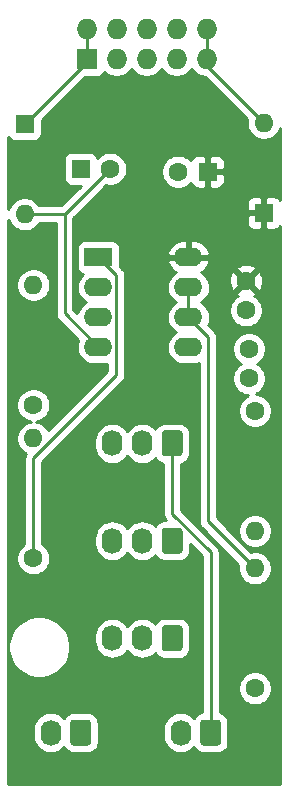
<source format=gbr>
%TF.GenerationSoftware,KiCad,Pcbnew,(5.1.12-1-10_14)*%
%TF.CreationDate,2023-08-05T21:55:12+02:00*%
%TF.ProjectId,niga,6e696761-2e6b-4696-9361-645f70636258,rev?*%
%TF.SameCoordinates,Original*%
%TF.FileFunction,Copper,L2,Bot*%
%TF.FilePolarity,Positive*%
%FSLAX46Y46*%
G04 Gerber Fmt 4.6, Leading zero omitted, Abs format (unit mm)*
G04 Created by KiCad (PCBNEW (5.1.12-1-10_14)) date 2023-08-05 21:55:12*
%MOMM*%
%LPD*%
G01*
G04 APERTURE LIST*
%TA.AperFunction,ComponentPad*%
%ADD10R,1.600000X1.600000*%
%TD*%
%TA.AperFunction,ComponentPad*%
%ADD11C,1.600000*%
%TD*%
%TA.AperFunction,ComponentPad*%
%ADD12O,1.600000X1.600000*%
%TD*%
%TA.AperFunction,ComponentPad*%
%ADD13O,1.740000X2.200000*%
%TD*%
%TA.AperFunction,ComponentPad*%
%ADD14R,1.727200X1.727200*%
%TD*%
%TA.AperFunction,ComponentPad*%
%ADD15O,1.727200X1.727200*%
%TD*%
%TA.AperFunction,ComponentPad*%
%ADD16R,2.400000X1.600000*%
%TD*%
%TA.AperFunction,ComponentPad*%
%ADD17O,2.400000X1.600000*%
%TD*%
%TA.AperFunction,Conductor*%
%ADD18C,0.250000*%
%TD*%
%TA.AperFunction,Conductor*%
%ADD19C,0.254000*%
%TD*%
%TA.AperFunction,Conductor*%
%ADD20C,0.100000*%
%TD*%
G04 APERTURE END LIST*
D10*
%TO.P,C1,1*%
%TO.N,Net-(C1-Pad1)*%
X218000000Y-66250000D03*
D11*
%TO.P,C1,2*%
%TO.N,GND*%
X215500000Y-66250000D03*
%TD*%
%TO.P,C2,2*%
%TO.N,Net-(C2-Pad2)*%
X209750000Y-66000000D03*
D10*
%TO.P,C2,1*%
%TO.N,GND*%
X207250000Y-66000000D03*
%TD*%
D11*
%TO.P,C3,1*%
%TO.N,GND*%
X221250000Y-78000000D03*
%TO.P,C3,2*%
%TO.N,Net-(C1-Pad1)*%
X221250000Y-75500000D03*
%TD*%
%TO.P,C4,2*%
%TO.N,GND*%
X221500000Y-83750000D03*
%TO.P,C4,1*%
%TO.N,Net-(C2-Pad2)*%
X221500000Y-81250000D03*
%TD*%
D10*
%TO.P,D1,1*%
%TO.N,Net-(C1-Pad1)*%
X222750000Y-69750000D03*
D12*
%TO.P,D1,2*%
%TO.N,Net-(D1-Pad2)*%
X222750000Y-62130000D03*
%TD*%
%TO.P,D2,2*%
%TO.N,Net-(C2-Pad2)*%
X202500000Y-69870000D03*
D10*
%TO.P,D2,1*%
%TO.N,Net-(D2-Pad1)*%
X202500000Y-62250000D03*
%TD*%
%TO.P,IN,1*%
%TO.N,Net-(J1-Pad1)*%
%TA.AperFunction,ComponentPad*%
G36*
G01*
X219120000Y-112899999D02*
X219120000Y-114600001D01*
G75*
G02*
X218870001Y-114850000I-249999J0D01*
G01*
X217629999Y-114850000D01*
G75*
G02*
X217380000Y-114600001I0J249999D01*
G01*
X217380000Y-112899999D01*
G75*
G02*
X217629999Y-112650000I249999J0D01*
G01*
X218870001Y-112650000D01*
G75*
G02*
X219120000Y-112899999I0J-249999D01*
G01*
G37*
%TD.AperFunction*%
D13*
%TO.P,IN,2*%
%TO.N,GND*%
X215710000Y-113750000D03*
%TD*%
%TO.P,OUT,2*%
%TO.N,GND*%
X204710000Y-113750000D03*
%TO.P,OUT,1*%
%TO.N,Net-(J2-Pad1)*%
%TA.AperFunction,ComponentPad*%
G36*
G01*
X208120000Y-112899999D02*
X208120000Y-114600001D01*
G75*
G02*
X207870001Y-114850000I-249999J0D01*
G01*
X206629999Y-114850000D01*
G75*
G02*
X206380000Y-114600001I0J249999D01*
G01*
X206380000Y-112899999D01*
G75*
G02*
X206629999Y-112650000I249999J0D01*
G01*
X207870001Y-112650000D01*
G75*
G02*
X208120000Y-112899999I0J-249999D01*
G01*
G37*
%TD.AperFunction*%
%TD*%
D14*
%TO.P,J3,1*%
%TO.N,Net-(D2-Pad1)*%
X207750000Y-56750000D03*
D15*
%TO.P,J3,2*%
X207750000Y-54210000D03*
%TO.P,J3,3*%
%TO.N,GND*%
X210290000Y-56750000D03*
%TO.P,J3,4*%
X210290000Y-54210000D03*
%TO.P,J3,5*%
X212830000Y-56750000D03*
%TO.P,J3,6*%
X212830000Y-54210000D03*
%TO.P,J3,7*%
X215370000Y-56750000D03*
%TO.P,J3,8*%
X215370000Y-54210000D03*
%TO.P,J3,9*%
%TO.N,Net-(D1-Pad2)*%
X217910000Y-56750000D03*
%TO.P,J3,10*%
X217910000Y-54210000D03*
%TD*%
D12*
%TO.P,R1,2*%
%TO.N,Net-(R1-Pad2)*%
X203250000Y-75840000D03*
D11*
%TO.P,R1,1*%
%TO.N,Net-(R1-Pad1)*%
X203250000Y-86000000D03*
%TD*%
%TO.P,R2,1*%
%TO.N,Net-(R2-Pad1)*%
X203250000Y-99000000D03*
D12*
%TO.P,R2,2*%
%TO.N,Net-(R1-Pad1)*%
X203250000Y-88840000D03*
%TD*%
%TO.P,R3,2*%
%TO.N,Net-(R3-Pad2)*%
X222000000Y-96660000D03*
D11*
%TO.P,R3,1*%
%TO.N,Net-(R3-Pad1)*%
X222000000Y-86500000D03*
%TD*%
%TO.P,R4,1*%
%TO.N,Net-(J2-Pad1)*%
X222000000Y-110000000D03*
D12*
%TO.P,R4,2*%
%TO.N,Net-(R4-Pad2)*%
X222000000Y-99840000D03*
%TD*%
%TO.P,10K,1*%
%TO.N,Net-(J1-Pad1)*%
%TA.AperFunction,ComponentPad*%
G36*
G01*
X215870000Y-88399999D02*
X215870000Y-90100001D01*
G75*
G02*
X215620001Y-90350000I-249999J0D01*
G01*
X214379999Y-90350000D01*
G75*
G02*
X214130000Y-90100001I0J249999D01*
G01*
X214130000Y-88399999D01*
G75*
G02*
X214379999Y-88150000I249999J0D01*
G01*
X215620001Y-88150000D01*
G75*
G02*
X215870000Y-88399999I0J-249999D01*
G01*
G37*
%TD.AperFunction*%
D13*
%TO.P,10K,2*%
%TO.N,Net-(RV1-Pad2)*%
X212460000Y-89250000D03*
%TO.P,10K,3*%
%TO.N,GND*%
X209920000Y-89250000D03*
%TD*%
%TO.P,10K,3*%
%TO.N,Net-(R1-Pad1)*%
X209920000Y-97500000D03*
%TO.P,10K,2*%
X212460000Y-97500000D03*
%TO.P,10K,1*%
%TO.N,GND*%
%TA.AperFunction,ComponentPad*%
G36*
G01*
X215870000Y-96649999D02*
X215870000Y-98350001D01*
G75*
G02*
X215620001Y-98600000I-249999J0D01*
G01*
X214379999Y-98600000D01*
G75*
G02*
X214130000Y-98350001I0J249999D01*
G01*
X214130000Y-96649999D01*
G75*
G02*
X214379999Y-96400000I249999J0D01*
G01*
X215620001Y-96400000D01*
G75*
G02*
X215870000Y-96649999I0J-249999D01*
G01*
G37*
%TD.AperFunction*%
%TD*%
%TO.P,10K,1*%
%TO.N,Net-(R2-Pad1)*%
%TA.AperFunction,ComponentPad*%
G36*
G01*
X215870000Y-104899999D02*
X215870000Y-106600001D01*
G75*
G02*
X215620001Y-106850000I-249999J0D01*
G01*
X214379999Y-106850000D01*
G75*
G02*
X214130000Y-106600001I0J249999D01*
G01*
X214130000Y-104899999D01*
G75*
G02*
X214379999Y-104650000I249999J0D01*
G01*
X215620001Y-104650000D01*
G75*
G02*
X215870000Y-104899999I0J-249999D01*
G01*
G37*
%TD.AperFunction*%
%TO.P,10K,2*%
%TO.N,Net-(R3-Pad2)*%
X212460000Y-105750000D03*
%TO.P,10K,3*%
%TO.N,GND*%
X209920000Y-105750000D03*
%TD*%
D16*
%TO.P,U1,1*%
%TO.N,Net-(R2-Pad1)*%
X208750000Y-73500000D03*
D17*
%TO.P,U1,5*%
%TO.N,Net-(R3-Pad1)*%
X216370000Y-81120000D03*
%TO.P,U1,2*%
%TO.N,Net-(R1-Pad2)*%
X208750000Y-76040000D03*
%TO.P,U1,6*%
%TO.N,Net-(R4-Pad2)*%
X216370000Y-78580000D03*
%TO.P,U1,3*%
%TO.N,Net-(RV1-Pad2)*%
X208750000Y-78580000D03*
%TO.P,U1,7*%
%TO.N,Net-(R4-Pad2)*%
X216370000Y-76040000D03*
%TO.P,U1,4*%
%TO.N,Net-(C2-Pad2)*%
X208750000Y-81120000D03*
%TO.P,U1,8*%
%TO.N,Net-(C1-Pad1)*%
X216370000Y-73500000D03*
%TD*%
D18*
%TO.N,Net-(C2-Pad2)*%
X205880000Y-69870000D02*
X202500000Y-69870000D01*
X209750000Y-66000000D02*
X205880000Y-69870000D01*
X205880000Y-78250000D02*
X205880000Y-69870000D01*
X208750000Y-81120000D02*
X205880000Y-78250000D01*
%TO.N,Net-(D1-Pad2)*%
X217910000Y-57290000D02*
X217910000Y-56750000D01*
X222750000Y-62130000D02*
X217910000Y-57290000D01*
X217910000Y-54210000D02*
X217910000Y-56750000D01*
%TO.N,Net-(D2-Pad1)*%
X207750000Y-54210000D02*
X207750000Y-56750000D01*
X207750000Y-57000000D02*
X202500000Y-62250000D01*
X207750000Y-56750000D02*
X207750000Y-57000000D01*
%TO.N,Net-(J1-Pad1)*%
X218250000Y-98466810D02*
X215000000Y-95216810D01*
X218250000Y-113750000D02*
X218250000Y-98466810D01*
X215000000Y-95216810D02*
X215000000Y-89250000D01*
%TO.N,Net-(R2-Pad1)*%
X210275010Y-75025010D02*
X210275010Y-83474990D01*
X208750000Y-73500000D02*
X210275010Y-75025010D01*
X203250000Y-90500000D02*
X203250000Y-99000000D01*
X210275010Y-83474990D02*
X203250000Y-90500000D01*
%TO.N,Net-(R4-Pad2)*%
X216370000Y-76040000D02*
X216370000Y-78580000D01*
X222000000Y-99840000D02*
X218000000Y-95840000D01*
X218000000Y-80210000D02*
X216370000Y-78580000D01*
X218000000Y-95840000D02*
X218000000Y-80210000D01*
%TD*%
D19*
%TO.N,Net-(C1-Pad1)*%
X216745961Y-57705302D02*
X216954698Y-57914039D01*
X217200147Y-58078042D01*
X217472875Y-58191010D01*
X217762401Y-58248600D01*
X217793799Y-58248600D01*
X221351312Y-61806114D01*
X221315000Y-61988665D01*
X221315000Y-62271335D01*
X221370147Y-62548574D01*
X221478320Y-62809727D01*
X221635363Y-63044759D01*
X221835241Y-63244637D01*
X222070273Y-63401680D01*
X222331426Y-63509853D01*
X222608665Y-63565000D01*
X222891335Y-63565000D01*
X223168574Y-63509853D01*
X223429727Y-63401680D01*
X223664759Y-63244637D01*
X223864637Y-63044759D01*
X224021680Y-62809727D01*
X224123000Y-62565119D01*
X224123000Y-68674947D01*
X224080537Y-68595506D01*
X224001185Y-68498815D01*
X223904494Y-68419463D01*
X223794180Y-68360498D01*
X223674482Y-68324188D01*
X223550000Y-68311928D01*
X223035750Y-68315000D01*
X222877000Y-68473750D01*
X222877000Y-69623000D01*
X222897000Y-69623000D01*
X222897000Y-69877000D01*
X222877000Y-69877000D01*
X222877000Y-71026250D01*
X223035750Y-71185000D01*
X223550000Y-71188072D01*
X223674482Y-71175812D01*
X223794180Y-71139502D01*
X223904494Y-71080537D01*
X224001185Y-71001185D01*
X224080537Y-70904494D01*
X224123000Y-70825053D01*
X224123000Y-118123000D01*
X201127000Y-118123000D01*
X201127000Y-113446064D01*
X203205000Y-113446064D01*
X203205000Y-114053935D01*
X203226776Y-114275031D01*
X203312834Y-114558724D01*
X203452583Y-114820178D01*
X203640655Y-115049345D01*
X203869821Y-115237417D01*
X204131275Y-115377166D01*
X204414968Y-115463224D01*
X204710000Y-115492282D01*
X205005031Y-115463224D01*
X205288724Y-115377166D01*
X205550178Y-115237417D01*
X205779345Y-115049345D01*
X205833066Y-114983886D01*
X205891595Y-115093387D01*
X206002038Y-115227962D01*
X206136613Y-115338405D01*
X206290149Y-115420472D01*
X206456745Y-115471008D01*
X206629999Y-115488072D01*
X207870001Y-115488072D01*
X208043255Y-115471008D01*
X208209851Y-115420472D01*
X208363387Y-115338405D01*
X208497962Y-115227962D01*
X208608405Y-115093387D01*
X208690472Y-114939851D01*
X208741008Y-114773255D01*
X208758072Y-114600001D01*
X208758072Y-112899999D01*
X208741008Y-112726745D01*
X208690472Y-112560149D01*
X208608405Y-112406613D01*
X208497962Y-112272038D01*
X208363387Y-112161595D01*
X208209851Y-112079528D01*
X208043255Y-112028992D01*
X207870001Y-112011928D01*
X206629999Y-112011928D01*
X206456745Y-112028992D01*
X206290149Y-112079528D01*
X206136613Y-112161595D01*
X206002038Y-112272038D01*
X205891595Y-112406613D01*
X205833066Y-112516114D01*
X205779345Y-112450655D01*
X205550179Y-112262583D01*
X205288725Y-112122834D01*
X205005032Y-112036776D01*
X204710000Y-112007718D01*
X204414969Y-112036776D01*
X204131276Y-112122834D01*
X203869822Y-112262583D01*
X203640655Y-112450655D01*
X203452583Y-112679821D01*
X203312834Y-112941275D01*
X203226776Y-113224968D01*
X203205000Y-113446064D01*
X201127000Y-113446064D01*
X201127000Y-106241964D01*
X201130115Y-106241964D01*
X201130115Y-106758036D01*
X201230795Y-107264192D01*
X201428288Y-107740981D01*
X201715002Y-108170080D01*
X202079920Y-108534998D01*
X202509019Y-108821712D01*
X202985808Y-109019205D01*
X203491964Y-109119885D01*
X204008036Y-109119885D01*
X204514192Y-109019205D01*
X204990981Y-108821712D01*
X205420080Y-108534998D01*
X205784998Y-108170080D01*
X206071712Y-107740981D01*
X206269205Y-107264192D01*
X206369885Y-106758036D01*
X206369885Y-106241964D01*
X206269205Y-105735808D01*
X206149189Y-105446064D01*
X208415000Y-105446064D01*
X208415000Y-106053935D01*
X208436776Y-106275031D01*
X208522834Y-106558724D01*
X208662583Y-106820178D01*
X208850655Y-107049345D01*
X209079821Y-107237417D01*
X209341275Y-107377166D01*
X209624968Y-107463224D01*
X209920000Y-107492282D01*
X210215031Y-107463224D01*
X210498724Y-107377166D01*
X210760178Y-107237417D01*
X210989345Y-107049345D01*
X211177417Y-106820179D01*
X211190000Y-106796637D01*
X211202583Y-106820178D01*
X211390655Y-107049345D01*
X211619821Y-107237417D01*
X211881275Y-107377166D01*
X212164968Y-107463224D01*
X212460000Y-107492282D01*
X212755031Y-107463224D01*
X213038724Y-107377166D01*
X213300178Y-107237417D01*
X213529345Y-107049345D01*
X213583066Y-106983886D01*
X213641595Y-107093387D01*
X213752038Y-107227962D01*
X213886613Y-107338405D01*
X214040149Y-107420472D01*
X214206745Y-107471008D01*
X214379999Y-107488072D01*
X215620001Y-107488072D01*
X215793255Y-107471008D01*
X215959851Y-107420472D01*
X216113387Y-107338405D01*
X216247962Y-107227962D01*
X216358405Y-107093387D01*
X216440472Y-106939851D01*
X216491008Y-106773255D01*
X216508072Y-106600001D01*
X216508072Y-104899999D01*
X216491008Y-104726745D01*
X216440472Y-104560149D01*
X216358405Y-104406613D01*
X216247962Y-104272038D01*
X216113387Y-104161595D01*
X215959851Y-104079528D01*
X215793255Y-104028992D01*
X215620001Y-104011928D01*
X214379999Y-104011928D01*
X214206745Y-104028992D01*
X214040149Y-104079528D01*
X213886613Y-104161595D01*
X213752038Y-104272038D01*
X213641595Y-104406613D01*
X213583066Y-104516114D01*
X213529345Y-104450655D01*
X213300179Y-104262583D01*
X213038725Y-104122834D01*
X212755032Y-104036776D01*
X212460000Y-104007718D01*
X212164969Y-104036776D01*
X211881276Y-104122834D01*
X211619822Y-104262583D01*
X211390655Y-104450655D01*
X211202583Y-104679821D01*
X211190000Y-104703362D01*
X211177417Y-104679821D01*
X210989345Y-104450655D01*
X210760179Y-104262583D01*
X210498725Y-104122834D01*
X210215032Y-104036776D01*
X209920000Y-104007718D01*
X209624969Y-104036776D01*
X209341276Y-104122834D01*
X209079822Y-104262583D01*
X208850655Y-104450655D01*
X208662583Y-104679821D01*
X208522834Y-104941275D01*
X208436776Y-105224968D01*
X208415000Y-105446064D01*
X206149189Y-105446064D01*
X206071712Y-105259019D01*
X205784998Y-104829920D01*
X205420080Y-104465002D01*
X204990981Y-104178288D01*
X204514192Y-103980795D01*
X204008036Y-103880115D01*
X203491964Y-103880115D01*
X202985808Y-103980795D01*
X202509019Y-104178288D01*
X202079920Y-104465002D01*
X201715002Y-104829920D01*
X201428288Y-105259019D01*
X201230795Y-105735808D01*
X201130115Y-106241964D01*
X201127000Y-106241964D01*
X201127000Y-75698665D01*
X201815000Y-75698665D01*
X201815000Y-75981335D01*
X201870147Y-76258574D01*
X201978320Y-76519727D01*
X202135363Y-76754759D01*
X202335241Y-76954637D01*
X202570273Y-77111680D01*
X202831426Y-77219853D01*
X203108665Y-77275000D01*
X203391335Y-77275000D01*
X203668574Y-77219853D01*
X203929727Y-77111680D01*
X204164759Y-76954637D01*
X204364637Y-76754759D01*
X204521680Y-76519727D01*
X204629853Y-76258574D01*
X204685000Y-75981335D01*
X204685000Y-75698665D01*
X204629853Y-75421426D01*
X204521680Y-75160273D01*
X204364637Y-74925241D01*
X204164759Y-74725363D01*
X203929727Y-74568320D01*
X203668574Y-74460147D01*
X203391335Y-74405000D01*
X203108665Y-74405000D01*
X202831426Y-74460147D01*
X202570273Y-74568320D01*
X202335241Y-74725363D01*
X202135363Y-74925241D01*
X201978320Y-75160273D01*
X201870147Y-75421426D01*
X201815000Y-75698665D01*
X201127000Y-75698665D01*
X201127000Y-70305119D01*
X201228320Y-70549727D01*
X201385363Y-70784759D01*
X201585241Y-70984637D01*
X201820273Y-71141680D01*
X202081426Y-71249853D01*
X202358665Y-71305000D01*
X202641335Y-71305000D01*
X202918574Y-71249853D01*
X203179727Y-71141680D01*
X203414759Y-70984637D01*
X203614637Y-70784759D01*
X203718043Y-70630000D01*
X205120001Y-70630000D01*
X205120000Y-78212678D01*
X205116324Y-78250000D01*
X205120000Y-78287322D01*
X205120000Y-78287332D01*
X205130997Y-78398985D01*
X205174454Y-78542246D01*
X205245026Y-78674276D01*
X205249500Y-78679727D01*
X205339999Y-78790001D01*
X205369003Y-78813804D01*
X207054592Y-80499393D01*
X207017818Y-80568192D01*
X206935764Y-80838691D01*
X206908057Y-81120000D01*
X206935764Y-81401309D01*
X207017818Y-81671808D01*
X207151068Y-81921101D01*
X207330392Y-82139608D01*
X207548899Y-82318932D01*
X207798192Y-82452182D01*
X208068691Y-82534236D01*
X208279508Y-82555000D01*
X209220492Y-82555000D01*
X209431309Y-82534236D01*
X209515011Y-82508846D01*
X209515011Y-83160186D01*
X204518975Y-88156224D01*
X204364637Y-87925241D01*
X204164759Y-87725363D01*
X203929727Y-87568320D01*
X203668574Y-87460147D01*
X203466744Y-87420000D01*
X203668574Y-87379853D01*
X203929727Y-87271680D01*
X204164759Y-87114637D01*
X204364637Y-86914759D01*
X204521680Y-86679727D01*
X204629853Y-86418574D01*
X204685000Y-86141335D01*
X204685000Y-85858665D01*
X204629853Y-85581426D01*
X204521680Y-85320273D01*
X204364637Y-85085241D01*
X204164759Y-84885363D01*
X203929727Y-84728320D01*
X203668574Y-84620147D01*
X203391335Y-84565000D01*
X203108665Y-84565000D01*
X202831426Y-84620147D01*
X202570273Y-84728320D01*
X202335241Y-84885363D01*
X202135363Y-85085241D01*
X201978320Y-85320273D01*
X201870147Y-85581426D01*
X201815000Y-85858665D01*
X201815000Y-86141335D01*
X201870147Y-86418574D01*
X201978320Y-86679727D01*
X202135363Y-86914759D01*
X202335241Y-87114637D01*
X202570273Y-87271680D01*
X202831426Y-87379853D01*
X203033256Y-87420000D01*
X202831426Y-87460147D01*
X202570273Y-87568320D01*
X202335241Y-87725363D01*
X202135363Y-87925241D01*
X201978320Y-88160273D01*
X201870147Y-88421426D01*
X201815000Y-88698665D01*
X201815000Y-88981335D01*
X201870147Y-89258574D01*
X201978320Y-89519727D01*
X202135363Y-89754759D01*
X202335241Y-89954637D01*
X202570273Y-90111680D01*
X202591179Y-90120339D01*
X202544454Y-90207754D01*
X202500997Y-90351015D01*
X202490000Y-90462668D01*
X202490000Y-90462678D01*
X202486324Y-90500000D01*
X202490000Y-90537322D01*
X202490001Y-97781956D01*
X202335241Y-97885363D01*
X202135363Y-98085241D01*
X201978320Y-98320273D01*
X201870147Y-98581426D01*
X201815000Y-98858665D01*
X201815000Y-99141335D01*
X201870147Y-99418574D01*
X201978320Y-99679727D01*
X202135363Y-99914759D01*
X202335241Y-100114637D01*
X202570273Y-100271680D01*
X202831426Y-100379853D01*
X203108665Y-100435000D01*
X203391335Y-100435000D01*
X203668574Y-100379853D01*
X203929727Y-100271680D01*
X204164759Y-100114637D01*
X204364637Y-99914759D01*
X204521680Y-99679727D01*
X204629853Y-99418574D01*
X204685000Y-99141335D01*
X204685000Y-98858665D01*
X204629853Y-98581426D01*
X204521680Y-98320273D01*
X204364637Y-98085241D01*
X204164759Y-97885363D01*
X204010000Y-97781957D01*
X204010000Y-90814801D01*
X205878737Y-88946064D01*
X208415000Y-88946064D01*
X208415000Y-89553935D01*
X208436776Y-89775031D01*
X208522834Y-90058724D01*
X208662583Y-90320178D01*
X208850655Y-90549345D01*
X209079821Y-90737417D01*
X209341275Y-90877166D01*
X209624968Y-90963224D01*
X209920000Y-90992282D01*
X210215031Y-90963224D01*
X210498724Y-90877166D01*
X210760178Y-90737417D01*
X210989345Y-90549345D01*
X211177417Y-90320179D01*
X211190000Y-90296637D01*
X211202583Y-90320178D01*
X211390655Y-90549345D01*
X211619821Y-90737417D01*
X211881275Y-90877166D01*
X212164968Y-90963224D01*
X212460000Y-90992282D01*
X212755031Y-90963224D01*
X213038724Y-90877166D01*
X213300178Y-90737417D01*
X213529345Y-90549345D01*
X213583066Y-90483886D01*
X213641595Y-90593387D01*
X213752038Y-90727962D01*
X213886613Y-90838405D01*
X214040149Y-90920472D01*
X214206745Y-90971008D01*
X214240001Y-90974283D01*
X214240000Y-95179487D01*
X214236324Y-95216810D01*
X214240000Y-95254132D01*
X214240000Y-95254142D01*
X214250997Y-95365795D01*
X214266143Y-95415724D01*
X214294454Y-95509056D01*
X214365026Y-95641086D01*
X214404871Y-95689636D01*
X214459999Y-95756811D01*
X214466234Y-95761928D01*
X214379999Y-95761928D01*
X214206745Y-95778992D01*
X214040149Y-95829528D01*
X213886613Y-95911595D01*
X213752038Y-96022038D01*
X213641595Y-96156613D01*
X213583066Y-96266114D01*
X213529345Y-96200655D01*
X213300179Y-96012583D01*
X213038725Y-95872834D01*
X212755032Y-95786776D01*
X212460000Y-95757718D01*
X212164969Y-95786776D01*
X211881276Y-95872834D01*
X211619822Y-96012583D01*
X211390655Y-96200655D01*
X211202583Y-96429821D01*
X211190000Y-96453362D01*
X211177417Y-96429821D01*
X210989345Y-96200655D01*
X210760179Y-96012583D01*
X210498725Y-95872834D01*
X210215032Y-95786776D01*
X209920000Y-95757718D01*
X209624969Y-95786776D01*
X209341276Y-95872834D01*
X209079822Y-96012583D01*
X208850655Y-96200655D01*
X208662583Y-96429821D01*
X208522834Y-96691275D01*
X208436776Y-96974968D01*
X208415000Y-97196064D01*
X208415000Y-97803935D01*
X208436776Y-98025031D01*
X208522834Y-98308724D01*
X208662583Y-98570178D01*
X208850655Y-98799345D01*
X209079821Y-98987417D01*
X209341275Y-99127166D01*
X209624968Y-99213224D01*
X209920000Y-99242282D01*
X210215031Y-99213224D01*
X210498724Y-99127166D01*
X210760178Y-98987417D01*
X210989345Y-98799345D01*
X211177417Y-98570179D01*
X211190000Y-98546637D01*
X211202583Y-98570178D01*
X211390655Y-98799345D01*
X211619821Y-98987417D01*
X211881275Y-99127166D01*
X212164968Y-99213224D01*
X212460000Y-99242282D01*
X212755031Y-99213224D01*
X213038724Y-99127166D01*
X213300178Y-98987417D01*
X213529345Y-98799345D01*
X213583066Y-98733886D01*
X213641595Y-98843387D01*
X213752038Y-98977962D01*
X213886613Y-99088405D01*
X214040149Y-99170472D01*
X214206745Y-99221008D01*
X214379999Y-99238072D01*
X215620001Y-99238072D01*
X215793255Y-99221008D01*
X215959851Y-99170472D01*
X216113387Y-99088405D01*
X216247962Y-98977962D01*
X216358405Y-98843387D01*
X216440472Y-98689851D01*
X216491008Y-98523255D01*
X216508072Y-98350001D01*
X216508072Y-97799684D01*
X217490001Y-98781613D01*
X217490000Y-112025717D01*
X217456745Y-112028992D01*
X217290149Y-112079528D01*
X217136613Y-112161595D01*
X217002038Y-112272038D01*
X216891595Y-112406613D01*
X216833066Y-112516114D01*
X216779345Y-112450655D01*
X216550179Y-112262583D01*
X216288725Y-112122834D01*
X216005032Y-112036776D01*
X215710000Y-112007718D01*
X215414969Y-112036776D01*
X215131276Y-112122834D01*
X214869822Y-112262583D01*
X214640655Y-112450655D01*
X214452583Y-112679821D01*
X214312834Y-112941275D01*
X214226776Y-113224968D01*
X214205000Y-113446064D01*
X214205000Y-114053935D01*
X214226776Y-114275031D01*
X214312834Y-114558724D01*
X214452583Y-114820178D01*
X214640655Y-115049345D01*
X214869821Y-115237417D01*
X215131275Y-115377166D01*
X215414968Y-115463224D01*
X215710000Y-115492282D01*
X216005031Y-115463224D01*
X216288724Y-115377166D01*
X216550178Y-115237417D01*
X216779345Y-115049345D01*
X216833066Y-114983886D01*
X216891595Y-115093387D01*
X217002038Y-115227962D01*
X217136613Y-115338405D01*
X217290149Y-115420472D01*
X217456745Y-115471008D01*
X217629999Y-115488072D01*
X218870001Y-115488072D01*
X219043255Y-115471008D01*
X219209851Y-115420472D01*
X219363387Y-115338405D01*
X219497962Y-115227962D01*
X219608405Y-115093387D01*
X219690472Y-114939851D01*
X219741008Y-114773255D01*
X219758072Y-114600001D01*
X219758072Y-112899999D01*
X219741008Y-112726745D01*
X219690472Y-112560149D01*
X219608405Y-112406613D01*
X219497962Y-112272038D01*
X219363387Y-112161595D01*
X219209851Y-112079528D01*
X219043255Y-112028992D01*
X219010000Y-112025717D01*
X219010000Y-109858665D01*
X220565000Y-109858665D01*
X220565000Y-110141335D01*
X220620147Y-110418574D01*
X220728320Y-110679727D01*
X220885363Y-110914759D01*
X221085241Y-111114637D01*
X221320273Y-111271680D01*
X221581426Y-111379853D01*
X221858665Y-111435000D01*
X222141335Y-111435000D01*
X222418574Y-111379853D01*
X222679727Y-111271680D01*
X222914759Y-111114637D01*
X223114637Y-110914759D01*
X223271680Y-110679727D01*
X223379853Y-110418574D01*
X223435000Y-110141335D01*
X223435000Y-109858665D01*
X223379853Y-109581426D01*
X223271680Y-109320273D01*
X223114637Y-109085241D01*
X222914759Y-108885363D01*
X222679727Y-108728320D01*
X222418574Y-108620147D01*
X222141335Y-108565000D01*
X221858665Y-108565000D01*
X221581426Y-108620147D01*
X221320273Y-108728320D01*
X221085241Y-108885363D01*
X220885363Y-109085241D01*
X220728320Y-109320273D01*
X220620147Y-109581426D01*
X220565000Y-109858665D01*
X219010000Y-109858665D01*
X219010000Y-98504132D01*
X219013676Y-98466809D01*
X219010000Y-98429486D01*
X219010000Y-98429477D01*
X218999003Y-98317824D01*
X218955546Y-98174563D01*
X218907802Y-98085241D01*
X218884974Y-98042533D01*
X218813799Y-97955807D01*
X218790001Y-97926809D01*
X218761003Y-97903011D01*
X215760000Y-94902009D01*
X215760000Y-90974283D01*
X215793255Y-90971008D01*
X215959851Y-90920472D01*
X216113387Y-90838405D01*
X216247962Y-90727962D01*
X216358405Y-90593387D01*
X216440472Y-90439851D01*
X216491008Y-90273255D01*
X216508072Y-90100001D01*
X216508072Y-88399999D01*
X216491008Y-88226745D01*
X216440472Y-88060149D01*
X216358405Y-87906613D01*
X216247962Y-87772038D01*
X216113387Y-87661595D01*
X215959851Y-87579528D01*
X215793255Y-87528992D01*
X215620001Y-87511928D01*
X214379999Y-87511928D01*
X214206745Y-87528992D01*
X214040149Y-87579528D01*
X213886613Y-87661595D01*
X213752038Y-87772038D01*
X213641595Y-87906613D01*
X213583066Y-88016114D01*
X213529345Y-87950655D01*
X213300179Y-87762583D01*
X213038725Y-87622834D01*
X212755032Y-87536776D01*
X212460000Y-87507718D01*
X212164969Y-87536776D01*
X211881276Y-87622834D01*
X211619822Y-87762583D01*
X211390655Y-87950655D01*
X211202583Y-88179821D01*
X211190000Y-88203362D01*
X211177417Y-88179821D01*
X210989345Y-87950655D01*
X210760179Y-87762583D01*
X210498725Y-87622834D01*
X210215032Y-87536776D01*
X209920000Y-87507718D01*
X209624969Y-87536776D01*
X209341276Y-87622834D01*
X209079822Y-87762583D01*
X208850655Y-87950655D01*
X208662583Y-88179821D01*
X208522834Y-88441275D01*
X208436776Y-88724968D01*
X208415000Y-88946064D01*
X205878737Y-88946064D01*
X210786018Y-84038785D01*
X210815011Y-84014991D01*
X210838805Y-83985998D01*
X210838809Y-83985994D01*
X210909983Y-83899267D01*
X210914223Y-83891335D01*
X210980556Y-83767237D01*
X211024013Y-83623976D01*
X211035010Y-83512323D01*
X211035010Y-83512314D01*
X211038686Y-83474991D01*
X211035010Y-83437668D01*
X211035010Y-76040000D01*
X214528057Y-76040000D01*
X214555764Y-76321309D01*
X214637818Y-76591808D01*
X214771068Y-76841101D01*
X214950392Y-77059608D01*
X215168899Y-77238932D01*
X215301858Y-77310000D01*
X215168899Y-77381068D01*
X214950392Y-77560392D01*
X214771068Y-77778899D01*
X214637818Y-78028192D01*
X214555764Y-78298691D01*
X214528057Y-78580000D01*
X214555764Y-78861309D01*
X214637818Y-79131808D01*
X214771068Y-79381101D01*
X214950392Y-79599608D01*
X215168899Y-79778932D01*
X215301858Y-79850000D01*
X215168899Y-79921068D01*
X214950392Y-80100392D01*
X214771068Y-80318899D01*
X214637818Y-80568192D01*
X214555764Y-80838691D01*
X214528057Y-81120000D01*
X214555764Y-81401309D01*
X214637818Y-81671808D01*
X214771068Y-81921101D01*
X214950392Y-82139608D01*
X215168899Y-82318932D01*
X215418192Y-82452182D01*
X215688691Y-82534236D01*
X215899508Y-82555000D01*
X216840492Y-82555000D01*
X217051309Y-82534236D01*
X217240001Y-82476998D01*
X217240000Y-95802678D01*
X217236324Y-95840000D01*
X217240000Y-95877322D01*
X217240000Y-95877332D01*
X217250997Y-95988985D01*
X217294454Y-96132246D01*
X217365026Y-96264276D01*
X217402673Y-96310149D01*
X217459999Y-96380001D01*
X217489003Y-96403804D01*
X220601312Y-99516114D01*
X220565000Y-99698665D01*
X220565000Y-99981335D01*
X220620147Y-100258574D01*
X220728320Y-100519727D01*
X220885363Y-100754759D01*
X221085241Y-100954637D01*
X221320273Y-101111680D01*
X221581426Y-101219853D01*
X221858665Y-101275000D01*
X222141335Y-101275000D01*
X222418574Y-101219853D01*
X222679727Y-101111680D01*
X222914759Y-100954637D01*
X223114637Y-100754759D01*
X223271680Y-100519727D01*
X223379853Y-100258574D01*
X223435000Y-99981335D01*
X223435000Y-99698665D01*
X223379853Y-99421426D01*
X223271680Y-99160273D01*
X223114637Y-98925241D01*
X222914759Y-98725363D01*
X222679727Y-98568320D01*
X222418574Y-98460147D01*
X222141335Y-98405000D01*
X221858665Y-98405000D01*
X221676114Y-98441312D01*
X219753467Y-96518665D01*
X220565000Y-96518665D01*
X220565000Y-96801335D01*
X220620147Y-97078574D01*
X220728320Y-97339727D01*
X220885363Y-97574759D01*
X221085241Y-97774637D01*
X221320273Y-97931680D01*
X221581426Y-98039853D01*
X221858665Y-98095000D01*
X222141335Y-98095000D01*
X222418574Y-98039853D01*
X222679727Y-97931680D01*
X222914759Y-97774637D01*
X223114637Y-97574759D01*
X223271680Y-97339727D01*
X223379853Y-97078574D01*
X223435000Y-96801335D01*
X223435000Y-96518665D01*
X223379853Y-96241426D01*
X223271680Y-95980273D01*
X223114637Y-95745241D01*
X222914759Y-95545363D01*
X222679727Y-95388320D01*
X222418574Y-95280147D01*
X222141335Y-95225000D01*
X221858665Y-95225000D01*
X221581426Y-95280147D01*
X221320273Y-95388320D01*
X221085241Y-95545363D01*
X220885363Y-95745241D01*
X220728320Y-95980273D01*
X220620147Y-96241426D01*
X220565000Y-96518665D01*
X219753467Y-96518665D01*
X218760000Y-95525199D01*
X218760000Y-81108665D01*
X220065000Y-81108665D01*
X220065000Y-81391335D01*
X220120147Y-81668574D01*
X220228320Y-81929727D01*
X220385363Y-82164759D01*
X220585241Y-82364637D01*
X220787827Y-82500000D01*
X220585241Y-82635363D01*
X220385363Y-82835241D01*
X220228320Y-83070273D01*
X220120147Y-83331426D01*
X220065000Y-83608665D01*
X220065000Y-83891335D01*
X220120147Y-84168574D01*
X220228320Y-84429727D01*
X220385363Y-84664759D01*
X220585241Y-84864637D01*
X220820273Y-85021680D01*
X221081426Y-85129853D01*
X221358665Y-85185000D01*
X221424857Y-85185000D01*
X221320273Y-85228320D01*
X221085241Y-85385363D01*
X220885363Y-85585241D01*
X220728320Y-85820273D01*
X220620147Y-86081426D01*
X220565000Y-86358665D01*
X220565000Y-86641335D01*
X220620147Y-86918574D01*
X220728320Y-87179727D01*
X220885363Y-87414759D01*
X221085241Y-87614637D01*
X221320273Y-87771680D01*
X221581426Y-87879853D01*
X221858665Y-87935000D01*
X222141335Y-87935000D01*
X222418574Y-87879853D01*
X222679727Y-87771680D01*
X222914759Y-87614637D01*
X223114637Y-87414759D01*
X223271680Y-87179727D01*
X223379853Y-86918574D01*
X223435000Y-86641335D01*
X223435000Y-86358665D01*
X223379853Y-86081426D01*
X223271680Y-85820273D01*
X223114637Y-85585241D01*
X222914759Y-85385363D01*
X222679727Y-85228320D01*
X222418574Y-85120147D01*
X222141335Y-85065000D01*
X222075143Y-85065000D01*
X222179727Y-85021680D01*
X222414759Y-84864637D01*
X222614637Y-84664759D01*
X222771680Y-84429727D01*
X222879853Y-84168574D01*
X222935000Y-83891335D01*
X222935000Y-83608665D01*
X222879853Y-83331426D01*
X222771680Y-83070273D01*
X222614637Y-82835241D01*
X222414759Y-82635363D01*
X222212173Y-82500000D01*
X222414759Y-82364637D01*
X222614637Y-82164759D01*
X222771680Y-81929727D01*
X222879853Y-81668574D01*
X222935000Y-81391335D01*
X222935000Y-81108665D01*
X222879853Y-80831426D01*
X222771680Y-80570273D01*
X222614637Y-80335241D01*
X222414759Y-80135363D01*
X222179727Y-79978320D01*
X221918574Y-79870147D01*
X221641335Y-79815000D01*
X221358665Y-79815000D01*
X221081426Y-79870147D01*
X220820273Y-79978320D01*
X220585241Y-80135363D01*
X220385363Y-80335241D01*
X220228320Y-80570273D01*
X220120147Y-80831426D01*
X220065000Y-81108665D01*
X218760000Y-81108665D01*
X218760000Y-80247322D01*
X218763676Y-80209999D01*
X218760000Y-80172676D01*
X218760000Y-80172667D01*
X218749003Y-80061014D01*
X218705546Y-79917753D01*
X218650623Y-79815000D01*
X218634974Y-79785723D01*
X218563799Y-79698997D01*
X218540001Y-79669999D01*
X218511003Y-79646201D01*
X218065408Y-79200607D01*
X218102182Y-79131808D01*
X218184236Y-78861309D01*
X218211943Y-78580000D01*
X218184236Y-78298691D01*
X218102182Y-78028192D01*
X218011568Y-77858665D01*
X219815000Y-77858665D01*
X219815000Y-78141335D01*
X219870147Y-78418574D01*
X219978320Y-78679727D01*
X220135363Y-78914759D01*
X220335241Y-79114637D01*
X220570273Y-79271680D01*
X220831426Y-79379853D01*
X221108665Y-79435000D01*
X221391335Y-79435000D01*
X221668574Y-79379853D01*
X221929727Y-79271680D01*
X222164759Y-79114637D01*
X222364637Y-78914759D01*
X222521680Y-78679727D01*
X222629853Y-78418574D01*
X222685000Y-78141335D01*
X222685000Y-77858665D01*
X222629853Y-77581426D01*
X222521680Y-77320273D01*
X222364637Y-77085241D01*
X222164759Y-76885363D01*
X221964131Y-76751308D01*
X221991514Y-76736671D01*
X222063097Y-76492702D01*
X221250000Y-75679605D01*
X220436903Y-76492702D01*
X220508486Y-76736671D01*
X220537341Y-76750324D01*
X220335241Y-76885363D01*
X220135363Y-77085241D01*
X219978320Y-77320273D01*
X219870147Y-77581426D01*
X219815000Y-77858665D01*
X218011568Y-77858665D01*
X217968932Y-77778899D01*
X217789608Y-77560392D01*
X217571101Y-77381068D01*
X217438142Y-77310000D01*
X217571101Y-77238932D01*
X217789608Y-77059608D01*
X217968932Y-76841101D01*
X218102182Y-76591808D01*
X218184236Y-76321309D01*
X218211943Y-76040000D01*
X218184236Y-75758691D01*
X218127154Y-75570512D01*
X219809783Y-75570512D01*
X219851213Y-75850130D01*
X219946397Y-76116292D01*
X220013329Y-76241514D01*
X220257298Y-76313097D01*
X221070395Y-75500000D01*
X221429605Y-75500000D01*
X222242702Y-76313097D01*
X222486671Y-76241514D01*
X222607571Y-75986004D01*
X222676300Y-75711816D01*
X222690217Y-75429488D01*
X222648787Y-75149870D01*
X222553603Y-74883708D01*
X222486671Y-74758486D01*
X222242702Y-74686903D01*
X221429605Y-75500000D01*
X221070395Y-75500000D01*
X220257298Y-74686903D01*
X220013329Y-74758486D01*
X219892429Y-75013996D01*
X219823700Y-75288184D01*
X219809783Y-75570512D01*
X218127154Y-75570512D01*
X218102182Y-75488192D01*
X217968932Y-75238899D01*
X217789608Y-75020392D01*
X217571101Y-74841068D01*
X217443259Y-74772735D01*
X217672839Y-74622601D01*
X217790448Y-74507298D01*
X220436903Y-74507298D01*
X221250000Y-75320395D01*
X222063097Y-74507298D01*
X221991514Y-74263329D01*
X221736004Y-74142429D01*
X221461816Y-74073700D01*
X221179488Y-74059783D01*
X220899870Y-74101213D01*
X220633708Y-74196397D01*
X220508486Y-74263329D01*
X220436903Y-74507298D01*
X217790448Y-74507298D01*
X217874500Y-74424895D01*
X218033715Y-74191646D01*
X218144367Y-73931818D01*
X218161904Y-73849039D01*
X218039915Y-73627000D01*
X216497000Y-73627000D01*
X216497000Y-73647000D01*
X216243000Y-73647000D01*
X216243000Y-73627000D01*
X214700085Y-73627000D01*
X214578096Y-73849039D01*
X214595633Y-73931818D01*
X214706285Y-74191646D01*
X214865500Y-74424895D01*
X215067161Y-74622601D01*
X215296741Y-74772735D01*
X215168899Y-74841068D01*
X214950392Y-75020392D01*
X214771068Y-75238899D01*
X214637818Y-75488192D01*
X214555764Y-75758691D01*
X214528057Y-76040000D01*
X211035010Y-76040000D01*
X211035010Y-75062333D01*
X211038686Y-75025010D01*
X211035010Y-74987687D01*
X211035010Y-74987677D01*
X211024013Y-74876024D01*
X210980556Y-74732763D01*
X210909984Y-74600734D01*
X210815011Y-74485009D01*
X210786014Y-74461212D01*
X210588072Y-74263270D01*
X210588072Y-73150961D01*
X214578096Y-73150961D01*
X214700085Y-73373000D01*
X216243000Y-73373000D01*
X216243000Y-72065000D01*
X216497000Y-72065000D01*
X216497000Y-73373000D01*
X218039915Y-73373000D01*
X218161904Y-73150961D01*
X218144367Y-73068182D01*
X218033715Y-72808354D01*
X217874500Y-72575105D01*
X217672839Y-72377399D01*
X217436483Y-72222834D01*
X217174514Y-72117350D01*
X216897000Y-72065000D01*
X216497000Y-72065000D01*
X216243000Y-72065000D01*
X215843000Y-72065000D01*
X215565486Y-72117350D01*
X215303517Y-72222834D01*
X215067161Y-72377399D01*
X214865500Y-72575105D01*
X214706285Y-72808354D01*
X214595633Y-73068182D01*
X214578096Y-73150961D01*
X210588072Y-73150961D01*
X210588072Y-72700000D01*
X210575812Y-72575518D01*
X210539502Y-72455820D01*
X210480537Y-72345506D01*
X210401185Y-72248815D01*
X210304494Y-72169463D01*
X210194180Y-72110498D01*
X210074482Y-72074188D01*
X209950000Y-72061928D01*
X207550000Y-72061928D01*
X207425518Y-72074188D01*
X207305820Y-72110498D01*
X207195506Y-72169463D01*
X207098815Y-72248815D01*
X207019463Y-72345506D01*
X206960498Y-72455820D01*
X206924188Y-72575518D01*
X206911928Y-72700000D01*
X206911928Y-74300000D01*
X206924188Y-74424482D01*
X206960498Y-74544180D01*
X207019463Y-74654494D01*
X207098815Y-74751185D01*
X207195506Y-74830537D01*
X207305820Y-74889502D01*
X207425518Y-74925812D01*
X207443482Y-74927581D01*
X207330392Y-75020392D01*
X207151068Y-75238899D01*
X207017818Y-75488192D01*
X206935764Y-75758691D01*
X206908057Y-76040000D01*
X206935764Y-76321309D01*
X207017818Y-76591808D01*
X207151068Y-76841101D01*
X207330392Y-77059608D01*
X207548899Y-77238932D01*
X207681858Y-77310000D01*
X207548899Y-77381068D01*
X207330392Y-77560392D01*
X207151068Y-77778899D01*
X207017818Y-78028192D01*
X206951527Y-78246726D01*
X206640000Y-77935199D01*
X206640000Y-70550000D01*
X221311928Y-70550000D01*
X221324188Y-70674482D01*
X221360498Y-70794180D01*
X221419463Y-70904494D01*
X221498815Y-71001185D01*
X221595506Y-71080537D01*
X221705820Y-71139502D01*
X221825518Y-71175812D01*
X221950000Y-71188072D01*
X222464250Y-71185000D01*
X222623000Y-71026250D01*
X222623000Y-69877000D01*
X221473750Y-69877000D01*
X221315000Y-70035750D01*
X221311928Y-70550000D01*
X206640000Y-70550000D01*
X206640000Y-70184801D01*
X207874801Y-68950000D01*
X221311928Y-68950000D01*
X221315000Y-69464250D01*
X221473750Y-69623000D01*
X222623000Y-69623000D01*
X222623000Y-68473750D01*
X222464250Y-68315000D01*
X221950000Y-68311928D01*
X221825518Y-68324188D01*
X221705820Y-68360498D01*
X221595506Y-68419463D01*
X221498815Y-68498815D01*
X221419463Y-68595506D01*
X221360498Y-68705820D01*
X221324188Y-68825518D01*
X221311928Y-68950000D01*
X207874801Y-68950000D01*
X209426115Y-67398688D01*
X209608665Y-67435000D01*
X209891335Y-67435000D01*
X210168574Y-67379853D01*
X210429727Y-67271680D01*
X210664759Y-67114637D01*
X210864637Y-66914759D01*
X211021680Y-66679727D01*
X211129853Y-66418574D01*
X211185000Y-66141335D01*
X211185000Y-66108665D01*
X214065000Y-66108665D01*
X214065000Y-66391335D01*
X214120147Y-66668574D01*
X214228320Y-66929727D01*
X214385363Y-67164759D01*
X214585241Y-67364637D01*
X214820273Y-67521680D01*
X215081426Y-67629853D01*
X215358665Y-67685000D01*
X215641335Y-67685000D01*
X215918574Y-67629853D01*
X216179727Y-67521680D01*
X216414759Y-67364637D01*
X216581339Y-67198057D01*
X216610498Y-67294180D01*
X216669463Y-67404494D01*
X216748815Y-67501185D01*
X216845506Y-67580537D01*
X216955820Y-67639502D01*
X217075518Y-67675812D01*
X217200000Y-67688072D01*
X217714250Y-67685000D01*
X217873000Y-67526250D01*
X217873000Y-66377000D01*
X218127000Y-66377000D01*
X218127000Y-67526250D01*
X218285750Y-67685000D01*
X218800000Y-67688072D01*
X218924482Y-67675812D01*
X219044180Y-67639502D01*
X219154494Y-67580537D01*
X219251185Y-67501185D01*
X219330537Y-67404494D01*
X219389502Y-67294180D01*
X219425812Y-67174482D01*
X219438072Y-67050000D01*
X219435000Y-66535750D01*
X219276250Y-66377000D01*
X218127000Y-66377000D01*
X217873000Y-66377000D01*
X217853000Y-66377000D01*
X217853000Y-66123000D01*
X217873000Y-66123000D01*
X217873000Y-64973750D01*
X218127000Y-64973750D01*
X218127000Y-66123000D01*
X219276250Y-66123000D01*
X219435000Y-65964250D01*
X219438072Y-65450000D01*
X219425812Y-65325518D01*
X219389502Y-65205820D01*
X219330537Y-65095506D01*
X219251185Y-64998815D01*
X219154494Y-64919463D01*
X219044180Y-64860498D01*
X218924482Y-64824188D01*
X218800000Y-64811928D01*
X218285750Y-64815000D01*
X218127000Y-64973750D01*
X217873000Y-64973750D01*
X217714250Y-64815000D01*
X217200000Y-64811928D01*
X217075518Y-64824188D01*
X216955820Y-64860498D01*
X216845506Y-64919463D01*
X216748815Y-64998815D01*
X216669463Y-65095506D01*
X216610498Y-65205820D01*
X216581339Y-65301943D01*
X216414759Y-65135363D01*
X216179727Y-64978320D01*
X215918574Y-64870147D01*
X215641335Y-64815000D01*
X215358665Y-64815000D01*
X215081426Y-64870147D01*
X214820273Y-64978320D01*
X214585241Y-65135363D01*
X214385363Y-65335241D01*
X214228320Y-65570273D01*
X214120147Y-65831426D01*
X214065000Y-66108665D01*
X211185000Y-66108665D01*
X211185000Y-65858665D01*
X211129853Y-65581426D01*
X211021680Y-65320273D01*
X210864637Y-65085241D01*
X210664759Y-64885363D01*
X210429727Y-64728320D01*
X210168574Y-64620147D01*
X209891335Y-64565000D01*
X209608665Y-64565000D01*
X209331426Y-64620147D01*
X209070273Y-64728320D01*
X208835241Y-64885363D01*
X208668661Y-65051943D01*
X208639502Y-64955820D01*
X208580537Y-64845506D01*
X208501185Y-64748815D01*
X208404494Y-64669463D01*
X208294180Y-64610498D01*
X208174482Y-64574188D01*
X208050000Y-64561928D01*
X206450000Y-64561928D01*
X206325518Y-64574188D01*
X206205820Y-64610498D01*
X206095506Y-64669463D01*
X205998815Y-64748815D01*
X205919463Y-64845506D01*
X205860498Y-64955820D01*
X205824188Y-65075518D01*
X205811928Y-65200000D01*
X205811928Y-66800000D01*
X205824188Y-66924482D01*
X205860498Y-67044180D01*
X205919463Y-67154494D01*
X205998815Y-67251185D01*
X206095506Y-67330537D01*
X206205820Y-67389502D01*
X206325518Y-67425812D01*
X206450000Y-67438072D01*
X207237126Y-67438072D01*
X205565199Y-69110000D01*
X203718043Y-69110000D01*
X203614637Y-68955241D01*
X203414759Y-68755363D01*
X203179727Y-68598320D01*
X202918574Y-68490147D01*
X202641335Y-68435000D01*
X202358665Y-68435000D01*
X202081426Y-68490147D01*
X201820273Y-68598320D01*
X201585241Y-68755363D01*
X201385363Y-68955241D01*
X201228320Y-69190273D01*
X201127000Y-69434881D01*
X201127000Y-63325053D01*
X201169463Y-63404494D01*
X201248815Y-63501185D01*
X201345506Y-63580537D01*
X201455820Y-63639502D01*
X201575518Y-63675812D01*
X201700000Y-63688072D01*
X203300000Y-63688072D01*
X203424482Y-63675812D01*
X203544180Y-63639502D01*
X203654494Y-63580537D01*
X203751185Y-63501185D01*
X203830537Y-63404494D01*
X203889502Y-63294180D01*
X203925812Y-63174482D01*
X203938072Y-63050000D01*
X203938072Y-61886729D01*
X207573130Y-58251672D01*
X208613600Y-58251672D01*
X208738082Y-58239412D01*
X208857780Y-58203102D01*
X208968094Y-58144137D01*
X209064785Y-58064785D01*
X209144137Y-57968094D01*
X209203102Y-57857780D01*
X209220636Y-57799977D01*
X209334698Y-57914039D01*
X209580147Y-58078042D01*
X209852875Y-58191010D01*
X210142401Y-58248600D01*
X210437599Y-58248600D01*
X210727125Y-58191010D01*
X210999853Y-58078042D01*
X211245302Y-57914039D01*
X211454039Y-57705302D01*
X211560000Y-57546719D01*
X211665961Y-57705302D01*
X211874698Y-57914039D01*
X212120147Y-58078042D01*
X212392875Y-58191010D01*
X212682401Y-58248600D01*
X212977599Y-58248600D01*
X213267125Y-58191010D01*
X213539853Y-58078042D01*
X213785302Y-57914039D01*
X213994039Y-57705302D01*
X214100000Y-57546719D01*
X214205961Y-57705302D01*
X214414698Y-57914039D01*
X214660147Y-58078042D01*
X214932875Y-58191010D01*
X215222401Y-58248600D01*
X215517599Y-58248600D01*
X215807125Y-58191010D01*
X216079853Y-58078042D01*
X216325302Y-57914039D01*
X216534039Y-57705302D01*
X216640000Y-57546719D01*
X216745961Y-57705302D01*
%TA.AperFunction,Conductor*%
D20*
G36*
X216745961Y-57705302D02*
G01*
X216954698Y-57914039D01*
X217200147Y-58078042D01*
X217472875Y-58191010D01*
X217762401Y-58248600D01*
X217793799Y-58248600D01*
X221351312Y-61806114D01*
X221315000Y-61988665D01*
X221315000Y-62271335D01*
X221370147Y-62548574D01*
X221478320Y-62809727D01*
X221635363Y-63044759D01*
X221835241Y-63244637D01*
X222070273Y-63401680D01*
X222331426Y-63509853D01*
X222608665Y-63565000D01*
X222891335Y-63565000D01*
X223168574Y-63509853D01*
X223429727Y-63401680D01*
X223664759Y-63244637D01*
X223864637Y-63044759D01*
X224021680Y-62809727D01*
X224123000Y-62565119D01*
X224123000Y-68674947D01*
X224080537Y-68595506D01*
X224001185Y-68498815D01*
X223904494Y-68419463D01*
X223794180Y-68360498D01*
X223674482Y-68324188D01*
X223550000Y-68311928D01*
X223035750Y-68315000D01*
X222877000Y-68473750D01*
X222877000Y-69623000D01*
X222897000Y-69623000D01*
X222897000Y-69877000D01*
X222877000Y-69877000D01*
X222877000Y-71026250D01*
X223035750Y-71185000D01*
X223550000Y-71188072D01*
X223674482Y-71175812D01*
X223794180Y-71139502D01*
X223904494Y-71080537D01*
X224001185Y-71001185D01*
X224080537Y-70904494D01*
X224123000Y-70825053D01*
X224123000Y-118123000D01*
X201127000Y-118123000D01*
X201127000Y-113446064D01*
X203205000Y-113446064D01*
X203205000Y-114053935D01*
X203226776Y-114275031D01*
X203312834Y-114558724D01*
X203452583Y-114820178D01*
X203640655Y-115049345D01*
X203869821Y-115237417D01*
X204131275Y-115377166D01*
X204414968Y-115463224D01*
X204710000Y-115492282D01*
X205005031Y-115463224D01*
X205288724Y-115377166D01*
X205550178Y-115237417D01*
X205779345Y-115049345D01*
X205833066Y-114983886D01*
X205891595Y-115093387D01*
X206002038Y-115227962D01*
X206136613Y-115338405D01*
X206290149Y-115420472D01*
X206456745Y-115471008D01*
X206629999Y-115488072D01*
X207870001Y-115488072D01*
X208043255Y-115471008D01*
X208209851Y-115420472D01*
X208363387Y-115338405D01*
X208497962Y-115227962D01*
X208608405Y-115093387D01*
X208690472Y-114939851D01*
X208741008Y-114773255D01*
X208758072Y-114600001D01*
X208758072Y-112899999D01*
X208741008Y-112726745D01*
X208690472Y-112560149D01*
X208608405Y-112406613D01*
X208497962Y-112272038D01*
X208363387Y-112161595D01*
X208209851Y-112079528D01*
X208043255Y-112028992D01*
X207870001Y-112011928D01*
X206629999Y-112011928D01*
X206456745Y-112028992D01*
X206290149Y-112079528D01*
X206136613Y-112161595D01*
X206002038Y-112272038D01*
X205891595Y-112406613D01*
X205833066Y-112516114D01*
X205779345Y-112450655D01*
X205550179Y-112262583D01*
X205288725Y-112122834D01*
X205005032Y-112036776D01*
X204710000Y-112007718D01*
X204414969Y-112036776D01*
X204131276Y-112122834D01*
X203869822Y-112262583D01*
X203640655Y-112450655D01*
X203452583Y-112679821D01*
X203312834Y-112941275D01*
X203226776Y-113224968D01*
X203205000Y-113446064D01*
X201127000Y-113446064D01*
X201127000Y-106241964D01*
X201130115Y-106241964D01*
X201130115Y-106758036D01*
X201230795Y-107264192D01*
X201428288Y-107740981D01*
X201715002Y-108170080D01*
X202079920Y-108534998D01*
X202509019Y-108821712D01*
X202985808Y-109019205D01*
X203491964Y-109119885D01*
X204008036Y-109119885D01*
X204514192Y-109019205D01*
X204990981Y-108821712D01*
X205420080Y-108534998D01*
X205784998Y-108170080D01*
X206071712Y-107740981D01*
X206269205Y-107264192D01*
X206369885Y-106758036D01*
X206369885Y-106241964D01*
X206269205Y-105735808D01*
X206149189Y-105446064D01*
X208415000Y-105446064D01*
X208415000Y-106053935D01*
X208436776Y-106275031D01*
X208522834Y-106558724D01*
X208662583Y-106820178D01*
X208850655Y-107049345D01*
X209079821Y-107237417D01*
X209341275Y-107377166D01*
X209624968Y-107463224D01*
X209920000Y-107492282D01*
X210215031Y-107463224D01*
X210498724Y-107377166D01*
X210760178Y-107237417D01*
X210989345Y-107049345D01*
X211177417Y-106820179D01*
X211190000Y-106796637D01*
X211202583Y-106820178D01*
X211390655Y-107049345D01*
X211619821Y-107237417D01*
X211881275Y-107377166D01*
X212164968Y-107463224D01*
X212460000Y-107492282D01*
X212755031Y-107463224D01*
X213038724Y-107377166D01*
X213300178Y-107237417D01*
X213529345Y-107049345D01*
X213583066Y-106983886D01*
X213641595Y-107093387D01*
X213752038Y-107227962D01*
X213886613Y-107338405D01*
X214040149Y-107420472D01*
X214206745Y-107471008D01*
X214379999Y-107488072D01*
X215620001Y-107488072D01*
X215793255Y-107471008D01*
X215959851Y-107420472D01*
X216113387Y-107338405D01*
X216247962Y-107227962D01*
X216358405Y-107093387D01*
X216440472Y-106939851D01*
X216491008Y-106773255D01*
X216508072Y-106600001D01*
X216508072Y-104899999D01*
X216491008Y-104726745D01*
X216440472Y-104560149D01*
X216358405Y-104406613D01*
X216247962Y-104272038D01*
X216113387Y-104161595D01*
X215959851Y-104079528D01*
X215793255Y-104028992D01*
X215620001Y-104011928D01*
X214379999Y-104011928D01*
X214206745Y-104028992D01*
X214040149Y-104079528D01*
X213886613Y-104161595D01*
X213752038Y-104272038D01*
X213641595Y-104406613D01*
X213583066Y-104516114D01*
X213529345Y-104450655D01*
X213300179Y-104262583D01*
X213038725Y-104122834D01*
X212755032Y-104036776D01*
X212460000Y-104007718D01*
X212164969Y-104036776D01*
X211881276Y-104122834D01*
X211619822Y-104262583D01*
X211390655Y-104450655D01*
X211202583Y-104679821D01*
X211190000Y-104703362D01*
X211177417Y-104679821D01*
X210989345Y-104450655D01*
X210760179Y-104262583D01*
X210498725Y-104122834D01*
X210215032Y-104036776D01*
X209920000Y-104007718D01*
X209624969Y-104036776D01*
X209341276Y-104122834D01*
X209079822Y-104262583D01*
X208850655Y-104450655D01*
X208662583Y-104679821D01*
X208522834Y-104941275D01*
X208436776Y-105224968D01*
X208415000Y-105446064D01*
X206149189Y-105446064D01*
X206071712Y-105259019D01*
X205784998Y-104829920D01*
X205420080Y-104465002D01*
X204990981Y-104178288D01*
X204514192Y-103980795D01*
X204008036Y-103880115D01*
X203491964Y-103880115D01*
X202985808Y-103980795D01*
X202509019Y-104178288D01*
X202079920Y-104465002D01*
X201715002Y-104829920D01*
X201428288Y-105259019D01*
X201230795Y-105735808D01*
X201130115Y-106241964D01*
X201127000Y-106241964D01*
X201127000Y-75698665D01*
X201815000Y-75698665D01*
X201815000Y-75981335D01*
X201870147Y-76258574D01*
X201978320Y-76519727D01*
X202135363Y-76754759D01*
X202335241Y-76954637D01*
X202570273Y-77111680D01*
X202831426Y-77219853D01*
X203108665Y-77275000D01*
X203391335Y-77275000D01*
X203668574Y-77219853D01*
X203929727Y-77111680D01*
X204164759Y-76954637D01*
X204364637Y-76754759D01*
X204521680Y-76519727D01*
X204629853Y-76258574D01*
X204685000Y-75981335D01*
X204685000Y-75698665D01*
X204629853Y-75421426D01*
X204521680Y-75160273D01*
X204364637Y-74925241D01*
X204164759Y-74725363D01*
X203929727Y-74568320D01*
X203668574Y-74460147D01*
X203391335Y-74405000D01*
X203108665Y-74405000D01*
X202831426Y-74460147D01*
X202570273Y-74568320D01*
X202335241Y-74725363D01*
X202135363Y-74925241D01*
X201978320Y-75160273D01*
X201870147Y-75421426D01*
X201815000Y-75698665D01*
X201127000Y-75698665D01*
X201127000Y-70305119D01*
X201228320Y-70549727D01*
X201385363Y-70784759D01*
X201585241Y-70984637D01*
X201820273Y-71141680D01*
X202081426Y-71249853D01*
X202358665Y-71305000D01*
X202641335Y-71305000D01*
X202918574Y-71249853D01*
X203179727Y-71141680D01*
X203414759Y-70984637D01*
X203614637Y-70784759D01*
X203718043Y-70630000D01*
X205120001Y-70630000D01*
X205120000Y-78212678D01*
X205116324Y-78250000D01*
X205120000Y-78287322D01*
X205120000Y-78287332D01*
X205130997Y-78398985D01*
X205174454Y-78542246D01*
X205245026Y-78674276D01*
X205249500Y-78679727D01*
X205339999Y-78790001D01*
X205369003Y-78813804D01*
X207054592Y-80499393D01*
X207017818Y-80568192D01*
X206935764Y-80838691D01*
X206908057Y-81120000D01*
X206935764Y-81401309D01*
X207017818Y-81671808D01*
X207151068Y-81921101D01*
X207330392Y-82139608D01*
X207548899Y-82318932D01*
X207798192Y-82452182D01*
X208068691Y-82534236D01*
X208279508Y-82555000D01*
X209220492Y-82555000D01*
X209431309Y-82534236D01*
X209515011Y-82508846D01*
X209515011Y-83160186D01*
X204518975Y-88156224D01*
X204364637Y-87925241D01*
X204164759Y-87725363D01*
X203929727Y-87568320D01*
X203668574Y-87460147D01*
X203466744Y-87420000D01*
X203668574Y-87379853D01*
X203929727Y-87271680D01*
X204164759Y-87114637D01*
X204364637Y-86914759D01*
X204521680Y-86679727D01*
X204629853Y-86418574D01*
X204685000Y-86141335D01*
X204685000Y-85858665D01*
X204629853Y-85581426D01*
X204521680Y-85320273D01*
X204364637Y-85085241D01*
X204164759Y-84885363D01*
X203929727Y-84728320D01*
X203668574Y-84620147D01*
X203391335Y-84565000D01*
X203108665Y-84565000D01*
X202831426Y-84620147D01*
X202570273Y-84728320D01*
X202335241Y-84885363D01*
X202135363Y-85085241D01*
X201978320Y-85320273D01*
X201870147Y-85581426D01*
X201815000Y-85858665D01*
X201815000Y-86141335D01*
X201870147Y-86418574D01*
X201978320Y-86679727D01*
X202135363Y-86914759D01*
X202335241Y-87114637D01*
X202570273Y-87271680D01*
X202831426Y-87379853D01*
X203033256Y-87420000D01*
X202831426Y-87460147D01*
X202570273Y-87568320D01*
X202335241Y-87725363D01*
X202135363Y-87925241D01*
X201978320Y-88160273D01*
X201870147Y-88421426D01*
X201815000Y-88698665D01*
X201815000Y-88981335D01*
X201870147Y-89258574D01*
X201978320Y-89519727D01*
X202135363Y-89754759D01*
X202335241Y-89954637D01*
X202570273Y-90111680D01*
X202591179Y-90120339D01*
X202544454Y-90207754D01*
X202500997Y-90351015D01*
X202490000Y-90462668D01*
X202490000Y-90462678D01*
X202486324Y-90500000D01*
X202490000Y-90537322D01*
X202490001Y-97781956D01*
X202335241Y-97885363D01*
X202135363Y-98085241D01*
X201978320Y-98320273D01*
X201870147Y-98581426D01*
X201815000Y-98858665D01*
X201815000Y-99141335D01*
X201870147Y-99418574D01*
X201978320Y-99679727D01*
X202135363Y-99914759D01*
X202335241Y-100114637D01*
X202570273Y-100271680D01*
X202831426Y-100379853D01*
X203108665Y-100435000D01*
X203391335Y-100435000D01*
X203668574Y-100379853D01*
X203929727Y-100271680D01*
X204164759Y-100114637D01*
X204364637Y-99914759D01*
X204521680Y-99679727D01*
X204629853Y-99418574D01*
X204685000Y-99141335D01*
X204685000Y-98858665D01*
X204629853Y-98581426D01*
X204521680Y-98320273D01*
X204364637Y-98085241D01*
X204164759Y-97885363D01*
X204010000Y-97781957D01*
X204010000Y-90814801D01*
X205878737Y-88946064D01*
X208415000Y-88946064D01*
X208415000Y-89553935D01*
X208436776Y-89775031D01*
X208522834Y-90058724D01*
X208662583Y-90320178D01*
X208850655Y-90549345D01*
X209079821Y-90737417D01*
X209341275Y-90877166D01*
X209624968Y-90963224D01*
X209920000Y-90992282D01*
X210215031Y-90963224D01*
X210498724Y-90877166D01*
X210760178Y-90737417D01*
X210989345Y-90549345D01*
X211177417Y-90320179D01*
X211190000Y-90296637D01*
X211202583Y-90320178D01*
X211390655Y-90549345D01*
X211619821Y-90737417D01*
X211881275Y-90877166D01*
X212164968Y-90963224D01*
X212460000Y-90992282D01*
X212755031Y-90963224D01*
X213038724Y-90877166D01*
X213300178Y-90737417D01*
X213529345Y-90549345D01*
X213583066Y-90483886D01*
X213641595Y-90593387D01*
X213752038Y-90727962D01*
X213886613Y-90838405D01*
X214040149Y-90920472D01*
X214206745Y-90971008D01*
X214240001Y-90974283D01*
X214240000Y-95179487D01*
X214236324Y-95216810D01*
X214240000Y-95254132D01*
X214240000Y-95254142D01*
X214250997Y-95365795D01*
X214266143Y-95415724D01*
X214294454Y-95509056D01*
X214365026Y-95641086D01*
X214404871Y-95689636D01*
X214459999Y-95756811D01*
X214466234Y-95761928D01*
X214379999Y-95761928D01*
X214206745Y-95778992D01*
X214040149Y-95829528D01*
X213886613Y-95911595D01*
X213752038Y-96022038D01*
X213641595Y-96156613D01*
X213583066Y-96266114D01*
X213529345Y-96200655D01*
X213300179Y-96012583D01*
X213038725Y-95872834D01*
X212755032Y-95786776D01*
X212460000Y-95757718D01*
X212164969Y-95786776D01*
X211881276Y-95872834D01*
X211619822Y-96012583D01*
X211390655Y-96200655D01*
X211202583Y-96429821D01*
X211190000Y-96453362D01*
X211177417Y-96429821D01*
X210989345Y-96200655D01*
X210760179Y-96012583D01*
X210498725Y-95872834D01*
X210215032Y-95786776D01*
X209920000Y-95757718D01*
X209624969Y-95786776D01*
X209341276Y-95872834D01*
X209079822Y-96012583D01*
X208850655Y-96200655D01*
X208662583Y-96429821D01*
X208522834Y-96691275D01*
X208436776Y-96974968D01*
X208415000Y-97196064D01*
X208415000Y-97803935D01*
X208436776Y-98025031D01*
X208522834Y-98308724D01*
X208662583Y-98570178D01*
X208850655Y-98799345D01*
X209079821Y-98987417D01*
X209341275Y-99127166D01*
X209624968Y-99213224D01*
X209920000Y-99242282D01*
X210215031Y-99213224D01*
X210498724Y-99127166D01*
X210760178Y-98987417D01*
X210989345Y-98799345D01*
X211177417Y-98570179D01*
X211190000Y-98546637D01*
X211202583Y-98570178D01*
X211390655Y-98799345D01*
X211619821Y-98987417D01*
X211881275Y-99127166D01*
X212164968Y-99213224D01*
X212460000Y-99242282D01*
X212755031Y-99213224D01*
X213038724Y-99127166D01*
X213300178Y-98987417D01*
X213529345Y-98799345D01*
X213583066Y-98733886D01*
X213641595Y-98843387D01*
X213752038Y-98977962D01*
X213886613Y-99088405D01*
X214040149Y-99170472D01*
X214206745Y-99221008D01*
X214379999Y-99238072D01*
X215620001Y-99238072D01*
X215793255Y-99221008D01*
X215959851Y-99170472D01*
X216113387Y-99088405D01*
X216247962Y-98977962D01*
X216358405Y-98843387D01*
X216440472Y-98689851D01*
X216491008Y-98523255D01*
X216508072Y-98350001D01*
X216508072Y-97799684D01*
X217490001Y-98781613D01*
X217490000Y-112025717D01*
X217456745Y-112028992D01*
X217290149Y-112079528D01*
X217136613Y-112161595D01*
X217002038Y-112272038D01*
X216891595Y-112406613D01*
X216833066Y-112516114D01*
X216779345Y-112450655D01*
X216550179Y-112262583D01*
X216288725Y-112122834D01*
X216005032Y-112036776D01*
X215710000Y-112007718D01*
X215414969Y-112036776D01*
X215131276Y-112122834D01*
X214869822Y-112262583D01*
X214640655Y-112450655D01*
X214452583Y-112679821D01*
X214312834Y-112941275D01*
X214226776Y-113224968D01*
X214205000Y-113446064D01*
X214205000Y-114053935D01*
X214226776Y-114275031D01*
X214312834Y-114558724D01*
X214452583Y-114820178D01*
X214640655Y-115049345D01*
X214869821Y-115237417D01*
X215131275Y-115377166D01*
X215414968Y-115463224D01*
X215710000Y-115492282D01*
X216005031Y-115463224D01*
X216288724Y-115377166D01*
X216550178Y-115237417D01*
X216779345Y-115049345D01*
X216833066Y-114983886D01*
X216891595Y-115093387D01*
X217002038Y-115227962D01*
X217136613Y-115338405D01*
X217290149Y-115420472D01*
X217456745Y-115471008D01*
X217629999Y-115488072D01*
X218870001Y-115488072D01*
X219043255Y-115471008D01*
X219209851Y-115420472D01*
X219363387Y-115338405D01*
X219497962Y-115227962D01*
X219608405Y-115093387D01*
X219690472Y-114939851D01*
X219741008Y-114773255D01*
X219758072Y-114600001D01*
X219758072Y-112899999D01*
X219741008Y-112726745D01*
X219690472Y-112560149D01*
X219608405Y-112406613D01*
X219497962Y-112272038D01*
X219363387Y-112161595D01*
X219209851Y-112079528D01*
X219043255Y-112028992D01*
X219010000Y-112025717D01*
X219010000Y-109858665D01*
X220565000Y-109858665D01*
X220565000Y-110141335D01*
X220620147Y-110418574D01*
X220728320Y-110679727D01*
X220885363Y-110914759D01*
X221085241Y-111114637D01*
X221320273Y-111271680D01*
X221581426Y-111379853D01*
X221858665Y-111435000D01*
X222141335Y-111435000D01*
X222418574Y-111379853D01*
X222679727Y-111271680D01*
X222914759Y-111114637D01*
X223114637Y-110914759D01*
X223271680Y-110679727D01*
X223379853Y-110418574D01*
X223435000Y-110141335D01*
X223435000Y-109858665D01*
X223379853Y-109581426D01*
X223271680Y-109320273D01*
X223114637Y-109085241D01*
X222914759Y-108885363D01*
X222679727Y-108728320D01*
X222418574Y-108620147D01*
X222141335Y-108565000D01*
X221858665Y-108565000D01*
X221581426Y-108620147D01*
X221320273Y-108728320D01*
X221085241Y-108885363D01*
X220885363Y-109085241D01*
X220728320Y-109320273D01*
X220620147Y-109581426D01*
X220565000Y-109858665D01*
X219010000Y-109858665D01*
X219010000Y-98504132D01*
X219013676Y-98466809D01*
X219010000Y-98429486D01*
X219010000Y-98429477D01*
X218999003Y-98317824D01*
X218955546Y-98174563D01*
X218907802Y-98085241D01*
X218884974Y-98042533D01*
X218813799Y-97955807D01*
X218790001Y-97926809D01*
X218761003Y-97903011D01*
X215760000Y-94902009D01*
X215760000Y-90974283D01*
X215793255Y-90971008D01*
X215959851Y-90920472D01*
X216113387Y-90838405D01*
X216247962Y-90727962D01*
X216358405Y-90593387D01*
X216440472Y-90439851D01*
X216491008Y-90273255D01*
X216508072Y-90100001D01*
X216508072Y-88399999D01*
X216491008Y-88226745D01*
X216440472Y-88060149D01*
X216358405Y-87906613D01*
X216247962Y-87772038D01*
X216113387Y-87661595D01*
X215959851Y-87579528D01*
X215793255Y-87528992D01*
X215620001Y-87511928D01*
X214379999Y-87511928D01*
X214206745Y-87528992D01*
X214040149Y-87579528D01*
X213886613Y-87661595D01*
X213752038Y-87772038D01*
X213641595Y-87906613D01*
X213583066Y-88016114D01*
X213529345Y-87950655D01*
X213300179Y-87762583D01*
X213038725Y-87622834D01*
X212755032Y-87536776D01*
X212460000Y-87507718D01*
X212164969Y-87536776D01*
X211881276Y-87622834D01*
X211619822Y-87762583D01*
X211390655Y-87950655D01*
X211202583Y-88179821D01*
X211190000Y-88203362D01*
X211177417Y-88179821D01*
X210989345Y-87950655D01*
X210760179Y-87762583D01*
X210498725Y-87622834D01*
X210215032Y-87536776D01*
X209920000Y-87507718D01*
X209624969Y-87536776D01*
X209341276Y-87622834D01*
X209079822Y-87762583D01*
X208850655Y-87950655D01*
X208662583Y-88179821D01*
X208522834Y-88441275D01*
X208436776Y-88724968D01*
X208415000Y-88946064D01*
X205878737Y-88946064D01*
X210786018Y-84038785D01*
X210815011Y-84014991D01*
X210838805Y-83985998D01*
X210838809Y-83985994D01*
X210909983Y-83899267D01*
X210914223Y-83891335D01*
X210980556Y-83767237D01*
X211024013Y-83623976D01*
X211035010Y-83512323D01*
X211035010Y-83512314D01*
X211038686Y-83474991D01*
X211035010Y-83437668D01*
X211035010Y-76040000D01*
X214528057Y-76040000D01*
X214555764Y-76321309D01*
X214637818Y-76591808D01*
X214771068Y-76841101D01*
X214950392Y-77059608D01*
X215168899Y-77238932D01*
X215301858Y-77310000D01*
X215168899Y-77381068D01*
X214950392Y-77560392D01*
X214771068Y-77778899D01*
X214637818Y-78028192D01*
X214555764Y-78298691D01*
X214528057Y-78580000D01*
X214555764Y-78861309D01*
X214637818Y-79131808D01*
X214771068Y-79381101D01*
X214950392Y-79599608D01*
X215168899Y-79778932D01*
X215301858Y-79850000D01*
X215168899Y-79921068D01*
X214950392Y-80100392D01*
X214771068Y-80318899D01*
X214637818Y-80568192D01*
X214555764Y-80838691D01*
X214528057Y-81120000D01*
X214555764Y-81401309D01*
X214637818Y-81671808D01*
X214771068Y-81921101D01*
X214950392Y-82139608D01*
X215168899Y-82318932D01*
X215418192Y-82452182D01*
X215688691Y-82534236D01*
X215899508Y-82555000D01*
X216840492Y-82555000D01*
X217051309Y-82534236D01*
X217240001Y-82476998D01*
X217240000Y-95802678D01*
X217236324Y-95840000D01*
X217240000Y-95877322D01*
X217240000Y-95877332D01*
X217250997Y-95988985D01*
X217294454Y-96132246D01*
X217365026Y-96264276D01*
X217402673Y-96310149D01*
X217459999Y-96380001D01*
X217489003Y-96403804D01*
X220601312Y-99516114D01*
X220565000Y-99698665D01*
X220565000Y-99981335D01*
X220620147Y-100258574D01*
X220728320Y-100519727D01*
X220885363Y-100754759D01*
X221085241Y-100954637D01*
X221320273Y-101111680D01*
X221581426Y-101219853D01*
X221858665Y-101275000D01*
X222141335Y-101275000D01*
X222418574Y-101219853D01*
X222679727Y-101111680D01*
X222914759Y-100954637D01*
X223114637Y-100754759D01*
X223271680Y-100519727D01*
X223379853Y-100258574D01*
X223435000Y-99981335D01*
X223435000Y-99698665D01*
X223379853Y-99421426D01*
X223271680Y-99160273D01*
X223114637Y-98925241D01*
X222914759Y-98725363D01*
X222679727Y-98568320D01*
X222418574Y-98460147D01*
X222141335Y-98405000D01*
X221858665Y-98405000D01*
X221676114Y-98441312D01*
X219753467Y-96518665D01*
X220565000Y-96518665D01*
X220565000Y-96801335D01*
X220620147Y-97078574D01*
X220728320Y-97339727D01*
X220885363Y-97574759D01*
X221085241Y-97774637D01*
X221320273Y-97931680D01*
X221581426Y-98039853D01*
X221858665Y-98095000D01*
X222141335Y-98095000D01*
X222418574Y-98039853D01*
X222679727Y-97931680D01*
X222914759Y-97774637D01*
X223114637Y-97574759D01*
X223271680Y-97339727D01*
X223379853Y-97078574D01*
X223435000Y-96801335D01*
X223435000Y-96518665D01*
X223379853Y-96241426D01*
X223271680Y-95980273D01*
X223114637Y-95745241D01*
X222914759Y-95545363D01*
X222679727Y-95388320D01*
X222418574Y-95280147D01*
X222141335Y-95225000D01*
X221858665Y-95225000D01*
X221581426Y-95280147D01*
X221320273Y-95388320D01*
X221085241Y-95545363D01*
X220885363Y-95745241D01*
X220728320Y-95980273D01*
X220620147Y-96241426D01*
X220565000Y-96518665D01*
X219753467Y-96518665D01*
X218760000Y-95525199D01*
X218760000Y-81108665D01*
X220065000Y-81108665D01*
X220065000Y-81391335D01*
X220120147Y-81668574D01*
X220228320Y-81929727D01*
X220385363Y-82164759D01*
X220585241Y-82364637D01*
X220787827Y-82500000D01*
X220585241Y-82635363D01*
X220385363Y-82835241D01*
X220228320Y-83070273D01*
X220120147Y-83331426D01*
X220065000Y-83608665D01*
X220065000Y-83891335D01*
X220120147Y-84168574D01*
X220228320Y-84429727D01*
X220385363Y-84664759D01*
X220585241Y-84864637D01*
X220820273Y-85021680D01*
X221081426Y-85129853D01*
X221358665Y-85185000D01*
X221424857Y-85185000D01*
X221320273Y-85228320D01*
X221085241Y-85385363D01*
X220885363Y-85585241D01*
X220728320Y-85820273D01*
X220620147Y-86081426D01*
X220565000Y-86358665D01*
X220565000Y-86641335D01*
X220620147Y-86918574D01*
X220728320Y-87179727D01*
X220885363Y-87414759D01*
X221085241Y-87614637D01*
X221320273Y-87771680D01*
X221581426Y-87879853D01*
X221858665Y-87935000D01*
X222141335Y-87935000D01*
X222418574Y-87879853D01*
X222679727Y-87771680D01*
X222914759Y-87614637D01*
X223114637Y-87414759D01*
X223271680Y-87179727D01*
X223379853Y-86918574D01*
X223435000Y-86641335D01*
X223435000Y-86358665D01*
X223379853Y-86081426D01*
X223271680Y-85820273D01*
X223114637Y-85585241D01*
X222914759Y-85385363D01*
X222679727Y-85228320D01*
X222418574Y-85120147D01*
X222141335Y-85065000D01*
X222075143Y-85065000D01*
X222179727Y-85021680D01*
X222414759Y-84864637D01*
X222614637Y-84664759D01*
X222771680Y-84429727D01*
X222879853Y-84168574D01*
X222935000Y-83891335D01*
X222935000Y-83608665D01*
X222879853Y-83331426D01*
X222771680Y-83070273D01*
X222614637Y-82835241D01*
X222414759Y-82635363D01*
X222212173Y-82500000D01*
X222414759Y-82364637D01*
X222614637Y-82164759D01*
X222771680Y-81929727D01*
X222879853Y-81668574D01*
X222935000Y-81391335D01*
X222935000Y-81108665D01*
X222879853Y-80831426D01*
X222771680Y-80570273D01*
X222614637Y-80335241D01*
X222414759Y-80135363D01*
X222179727Y-79978320D01*
X221918574Y-79870147D01*
X221641335Y-79815000D01*
X221358665Y-79815000D01*
X221081426Y-79870147D01*
X220820273Y-79978320D01*
X220585241Y-80135363D01*
X220385363Y-80335241D01*
X220228320Y-80570273D01*
X220120147Y-80831426D01*
X220065000Y-81108665D01*
X218760000Y-81108665D01*
X218760000Y-80247322D01*
X218763676Y-80209999D01*
X218760000Y-80172676D01*
X218760000Y-80172667D01*
X218749003Y-80061014D01*
X218705546Y-79917753D01*
X218650623Y-79815000D01*
X218634974Y-79785723D01*
X218563799Y-79698997D01*
X218540001Y-79669999D01*
X218511003Y-79646201D01*
X218065408Y-79200607D01*
X218102182Y-79131808D01*
X218184236Y-78861309D01*
X218211943Y-78580000D01*
X218184236Y-78298691D01*
X218102182Y-78028192D01*
X218011568Y-77858665D01*
X219815000Y-77858665D01*
X219815000Y-78141335D01*
X219870147Y-78418574D01*
X219978320Y-78679727D01*
X220135363Y-78914759D01*
X220335241Y-79114637D01*
X220570273Y-79271680D01*
X220831426Y-79379853D01*
X221108665Y-79435000D01*
X221391335Y-79435000D01*
X221668574Y-79379853D01*
X221929727Y-79271680D01*
X222164759Y-79114637D01*
X222364637Y-78914759D01*
X222521680Y-78679727D01*
X222629853Y-78418574D01*
X222685000Y-78141335D01*
X222685000Y-77858665D01*
X222629853Y-77581426D01*
X222521680Y-77320273D01*
X222364637Y-77085241D01*
X222164759Y-76885363D01*
X221964131Y-76751308D01*
X221991514Y-76736671D01*
X222063097Y-76492702D01*
X221250000Y-75679605D01*
X220436903Y-76492702D01*
X220508486Y-76736671D01*
X220537341Y-76750324D01*
X220335241Y-76885363D01*
X220135363Y-77085241D01*
X219978320Y-77320273D01*
X219870147Y-77581426D01*
X219815000Y-77858665D01*
X218011568Y-77858665D01*
X217968932Y-77778899D01*
X217789608Y-77560392D01*
X217571101Y-77381068D01*
X217438142Y-77310000D01*
X217571101Y-77238932D01*
X217789608Y-77059608D01*
X217968932Y-76841101D01*
X218102182Y-76591808D01*
X218184236Y-76321309D01*
X218211943Y-76040000D01*
X218184236Y-75758691D01*
X218127154Y-75570512D01*
X219809783Y-75570512D01*
X219851213Y-75850130D01*
X219946397Y-76116292D01*
X220013329Y-76241514D01*
X220257298Y-76313097D01*
X221070395Y-75500000D01*
X221429605Y-75500000D01*
X222242702Y-76313097D01*
X222486671Y-76241514D01*
X222607571Y-75986004D01*
X222676300Y-75711816D01*
X222690217Y-75429488D01*
X222648787Y-75149870D01*
X222553603Y-74883708D01*
X222486671Y-74758486D01*
X222242702Y-74686903D01*
X221429605Y-75500000D01*
X221070395Y-75500000D01*
X220257298Y-74686903D01*
X220013329Y-74758486D01*
X219892429Y-75013996D01*
X219823700Y-75288184D01*
X219809783Y-75570512D01*
X218127154Y-75570512D01*
X218102182Y-75488192D01*
X217968932Y-75238899D01*
X217789608Y-75020392D01*
X217571101Y-74841068D01*
X217443259Y-74772735D01*
X217672839Y-74622601D01*
X217790448Y-74507298D01*
X220436903Y-74507298D01*
X221250000Y-75320395D01*
X222063097Y-74507298D01*
X221991514Y-74263329D01*
X221736004Y-74142429D01*
X221461816Y-74073700D01*
X221179488Y-74059783D01*
X220899870Y-74101213D01*
X220633708Y-74196397D01*
X220508486Y-74263329D01*
X220436903Y-74507298D01*
X217790448Y-74507298D01*
X217874500Y-74424895D01*
X218033715Y-74191646D01*
X218144367Y-73931818D01*
X218161904Y-73849039D01*
X218039915Y-73627000D01*
X216497000Y-73627000D01*
X216497000Y-73647000D01*
X216243000Y-73647000D01*
X216243000Y-73627000D01*
X214700085Y-73627000D01*
X214578096Y-73849039D01*
X214595633Y-73931818D01*
X214706285Y-74191646D01*
X214865500Y-74424895D01*
X215067161Y-74622601D01*
X215296741Y-74772735D01*
X215168899Y-74841068D01*
X214950392Y-75020392D01*
X214771068Y-75238899D01*
X214637818Y-75488192D01*
X214555764Y-75758691D01*
X214528057Y-76040000D01*
X211035010Y-76040000D01*
X211035010Y-75062333D01*
X211038686Y-75025010D01*
X211035010Y-74987687D01*
X211035010Y-74987677D01*
X211024013Y-74876024D01*
X210980556Y-74732763D01*
X210909984Y-74600734D01*
X210815011Y-74485009D01*
X210786014Y-74461212D01*
X210588072Y-74263270D01*
X210588072Y-73150961D01*
X214578096Y-73150961D01*
X214700085Y-73373000D01*
X216243000Y-73373000D01*
X216243000Y-72065000D01*
X216497000Y-72065000D01*
X216497000Y-73373000D01*
X218039915Y-73373000D01*
X218161904Y-73150961D01*
X218144367Y-73068182D01*
X218033715Y-72808354D01*
X217874500Y-72575105D01*
X217672839Y-72377399D01*
X217436483Y-72222834D01*
X217174514Y-72117350D01*
X216897000Y-72065000D01*
X216497000Y-72065000D01*
X216243000Y-72065000D01*
X215843000Y-72065000D01*
X215565486Y-72117350D01*
X215303517Y-72222834D01*
X215067161Y-72377399D01*
X214865500Y-72575105D01*
X214706285Y-72808354D01*
X214595633Y-73068182D01*
X214578096Y-73150961D01*
X210588072Y-73150961D01*
X210588072Y-72700000D01*
X210575812Y-72575518D01*
X210539502Y-72455820D01*
X210480537Y-72345506D01*
X210401185Y-72248815D01*
X210304494Y-72169463D01*
X210194180Y-72110498D01*
X210074482Y-72074188D01*
X209950000Y-72061928D01*
X207550000Y-72061928D01*
X207425518Y-72074188D01*
X207305820Y-72110498D01*
X207195506Y-72169463D01*
X207098815Y-72248815D01*
X207019463Y-72345506D01*
X206960498Y-72455820D01*
X206924188Y-72575518D01*
X206911928Y-72700000D01*
X206911928Y-74300000D01*
X206924188Y-74424482D01*
X206960498Y-74544180D01*
X207019463Y-74654494D01*
X207098815Y-74751185D01*
X207195506Y-74830537D01*
X207305820Y-74889502D01*
X207425518Y-74925812D01*
X207443482Y-74927581D01*
X207330392Y-75020392D01*
X207151068Y-75238899D01*
X207017818Y-75488192D01*
X206935764Y-75758691D01*
X206908057Y-76040000D01*
X206935764Y-76321309D01*
X207017818Y-76591808D01*
X207151068Y-76841101D01*
X207330392Y-77059608D01*
X207548899Y-77238932D01*
X207681858Y-77310000D01*
X207548899Y-77381068D01*
X207330392Y-77560392D01*
X207151068Y-77778899D01*
X207017818Y-78028192D01*
X206951527Y-78246726D01*
X206640000Y-77935199D01*
X206640000Y-70550000D01*
X221311928Y-70550000D01*
X221324188Y-70674482D01*
X221360498Y-70794180D01*
X221419463Y-70904494D01*
X221498815Y-71001185D01*
X221595506Y-71080537D01*
X221705820Y-71139502D01*
X221825518Y-71175812D01*
X221950000Y-71188072D01*
X222464250Y-71185000D01*
X222623000Y-71026250D01*
X222623000Y-69877000D01*
X221473750Y-69877000D01*
X221315000Y-70035750D01*
X221311928Y-70550000D01*
X206640000Y-70550000D01*
X206640000Y-70184801D01*
X207874801Y-68950000D01*
X221311928Y-68950000D01*
X221315000Y-69464250D01*
X221473750Y-69623000D01*
X222623000Y-69623000D01*
X222623000Y-68473750D01*
X222464250Y-68315000D01*
X221950000Y-68311928D01*
X221825518Y-68324188D01*
X221705820Y-68360498D01*
X221595506Y-68419463D01*
X221498815Y-68498815D01*
X221419463Y-68595506D01*
X221360498Y-68705820D01*
X221324188Y-68825518D01*
X221311928Y-68950000D01*
X207874801Y-68950000D01*
X209426115Y-67398688D01*
X209608665Y-67435000D01*
X209891335Y-67435000D01*
X210168574Y-67379853D01*
X210429727Y-67271680D01*
X210664759Y-67114637D01*
X210864637Y-66914759D01*
X211021680Y-66679727D01*
X211129853Y-66418574D01*
X211185000Y-66141335D01*
X211185000Y-66108665D01*
X214065000Y-66108665D01*
X214065000Y-66391335D01*
X214120147Y-66668574D01*
X214228320Y-66929727D01*
X214385363Y-67164759D01*
X214585241Y-67364637D01*
X214820273Y-67521680D01*
X215081426Y-67629853D01*
X215358665Y-67685000D01*
X215641335Y-67685000D01*
X215918574Y-67629853D01*
X216179727Y-67521680D01*
X216414759Y-67364637D01*
X216581339Y-67198057D01*
X216610498Y-67294180D01*
X216669463Y-67404494D01*
X216748815Y-67501185D01*
X216845506Y-67580537D01*
X216955820Y-67639502D01*
X217075518Y-67675812D01*
X217200000Y-67688072D01*
X217714250Y-67685000D01*
X217873000Y-67526250D01*
X217873000Y-66377000D01*
X218127000Y-66377000D01*
X218127000Y-67526250D01*
X218285750Y-67685000D01*
X218800000Y-67688072D01*
X218924482Y-67675812D01*
X219044180Y-67639502D01*
X219154494Y-67580537D01*
X219251185Y-67501185D01*
X219330537Y-67404494D01*
X219389502Y-67294180D01*
X219425812Y-67174482D01*
X219438072Y-67050000D01*
X219435000Y-66535750D01*
X219276250Y-66377000D01*
X218127000Y-66377000D01*
X217873000Y-66377000D01*
X217853000Y-66377000D01*
X217853000Y-66123000D01*
X217873000Y-66123000D01*
X217873000Y-64973750D01*
X218127000Y-64973750D01*
X218127000Y-66123000D01*
X219276250Y-66123000D01*
X219435000Y-65964250D01*
X219438072Y-65450000D01*
X219425812Y-65325518D01*
X219389502Y-65205820D01*
X219330537Y-65095506D01*
X219251185Y-64998815D01*
X219154494Y-64919463D01*
X219044180Y-64860498D01*
X218924482Y-64824188D01*
X218800000Y-64811928D01*
X218285750Y-64815000D01*
X218127000Y-64973750D01*
X217873000Y-64973750D01*
X217714250Y-64815000D01*
X217200000Y-64811928D01*
X217075518Y-64824188D01*
X216955820Y-64860498D01*
X216845506Y-64919463D01*
X216748815Y-64998815D01*
X216669463Y-65095506D01*
X216610498Y-65205820D01*
X216581339Y-65301943D01*
X216414759Y-65135363D01*
X216179727Y-64978320D01*
X215918574Y-64870147D01*
X215641335Y-64815000D01*
X215358665Y-64815000D01*
X215081426Y-64870147D01*
X214820273Y-64978320D01*
X214585241Y-65135363D01*
X214385363Y-65335241D01*
X214228320Y-65570273D01*
X214120147Y-65831426D01*
X214065000Y-66108665D01*
X211185000Y-66108665D01*
X211185000Y-65858665D01*
X211129853Y-65581426D01*
X211021680Y-65320273D01*
X210864637Y-65085241D01*
X210664759Y-64885363D01*
X210429727Y-64728320D01*
X210168574Y-64620147D01*
X209891335Y-64565000D01*
X209608665Y-64565000D01*
X209331426Y-64620147D01*
X209070273Y-64728320D01*
X208835241Y-64885363D01*
X208668661Y-65051943D01*
X208639502Y-64955820D01*
X208580537Y-64845506D01*
X208501185Y-64748815D01*
X208404494Y-64669463D01*
X208294180Y-64610498D01*
X208174482Y-64574188D01*
X208050000Y-64561928D01*
X206450000Y-64561928D01*
X206325518Y-64574188D01*
X206205820Y-64610498D01*
X206095506Y-64669463D01*
X205998815Y-64748815D01*
X205919463Y-64845506D01*
X205860498Y-64955820D01*
X205824188Y-65075518D01*
X205811928Y-65200000D01*
X205811928Y-66800000D01*
X205824188Y-66924482D01*
X205860498Y-67044180D01*
X205919463Y-67154494D01*
X205998815Y-67251185D01*
X206095506Y-67330537D01*
X206205820Y-67389502D01*
X206325518Y-67425812D01*
X206450000Y-67438072D01*
X207237126Y-67438072D01*
X205565199Y-69110000D01*
X203718043Y-69110000D01*
X203614637Y-68955241D01*
X203414759Y-68755363D01*
X203179727Y-68598320D01*
X202918574Y-68490147D01*
X202641335Y-68435000D01*
X202358665Y-68435000D01*
X202081426Y-68490147D01*
X201820273Y-68598320D01*
X201585241Y-68755363D01*
X201385363Y-68955241D01*
X201228320Y-69190273D01*
X201127000Y-69434881D01*
X201127000Y-63325053D01*
X201169463Y-63404494D01*
X201248815Y-63501185D01*
X201345506Y-63580537D01*
X201455820Y-63639502D01*
X201575518Y-63675812D01*
X201700000Y-63688072D01*
X203300000Y-63688072D01*
X203424482Y-63675812D01*
X203544180Y-63639502D01*
X203654494Y-63580537D01*
X203751185Y-63501185D01*
X203830537Y-63404494D01*
X203889502Y-63294180D01*
X203925812Y-63174482D01*
X203938072Y-63050000D01*
X203938072Y-61886729D01*
X207573130Y-58251672D01*
X208613600Y-58251672D01*
X208738082Y-58239412D01*
X208857780Y-58203102D01*
X208968094Y-58144137D01*
X209064785Y-58064785D01*
X209144137Y-57968094D01*
X209203102Y-57857780D01*
X209220636Y-57799977D01*
X209334698Y-57914039D01*
X209580147Y-58078042D01*
X209852875Y-58191010D01*
X210142401Y-58248600D01*
X210437599Y-58248600D01*
X210727125Y-58191010D01*
X210999853Y-58078042D01*
X211245302Y-57914039D01*
X211454039Y-57705302D01*
X211560000Y-57546719D01*
X211665961Y-57705302D01*
X211874698Y-57914039D01*
X212120147Y-58078042D01*
X212392875Y-58191010D01*
X212682401Y-58248600D01*
X212977599Y-58248600D01*
X213267125Y-58191010D01*
X213539853Y-58078042D01*
X213785302Y-57914039D01*
X213994039Y-57705302D01*
X214100000Y-57546719D01*
X214205961Y-57705302D01*
X214414698Y-57914039D01*
X214660147Y-58078042D01*
X214932875Y-58191010D01*
X215222401Y-58248600D01*
X215517599Y-58248600D01*
X215807125Y-58191010D01*
X216079853Y-58078042D01*
X216325302Y-57914039D01*
X216534039Y-57705302D01*
X216640000Y-57546719D01*
X216745961Y-57705302D01*
G37*
%TD.AperFunction*%
%TD*%
M02*

</source>
